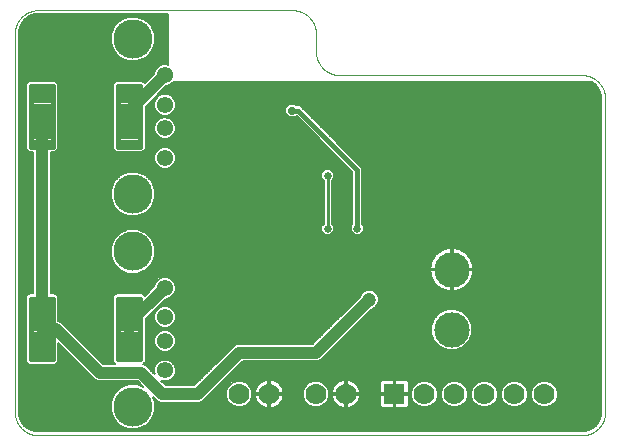
<source format=gbl>
G75*
%MOIN*%
%OFA0B0*%
%FSLAX25Y25*%
%IPPOS*%
%LPD*%
%AMOC8*
5,1,8,0,0,1.08239X$1,22.5*
%
%ADD10C,0.00000*%
%ADD11R,0.07000X0.07000*%
%ADD12C,0.07000*%
%ADD13C,0.13055*%
%ADD14C,0.05433*%
%ADD15C,0.11811*%
%ADD16C,0.01811*%
%ADD17C,0.02775*%
%ADD18C,0.02578*%
%ADD19C,0.01600*%
%ADD20C,0.00600*%
%ADD21C,0.15811*%
%ADD22C,0.01000*%
%ADD23C,0.04724*%
%ADD24C,0.04000*%
D10*
X0072397Y0058146D02*
X0253499Y0058146D01*
X0253689Y0058148D01*
X0253879Y0058155D01*
X0254069Y0058167D01*
X0254259Y0058183D01*
X0254448Y0058203D01*
X0254637Y0058229D01*
X0254825Y0058258D01*
X0255012Y0058293D01*
X0255198Y0058332D01*
X0255383Y0058375D01*
X0255568Y0058423D01*
X0255751Y0058475D01*
X0255932Y0058531D01*
X0256112Y0058592D01*
X0256291Y0058658D01*
X0256468Y0058727D01*
X0256644Y0058801D01*
X0256817Y0058879D01*
X0256989Y0058962D01*
X0257158Y0059048D01*
X0257326Y0059138D01*
X0257491Y0059233D01*
X0257654Y0059331D01*
X0257814Y0059434D01*
X0257972Y0059540D01*
X0258127Y0059650D01*
X0258280Y0059763D01*
X0258430Y0059881D01*
X0258576Y0060002D01*
X0258720Y0060126D01*
X0258861Y0060254D01*
X0258999Y0060385D01*
X0259134Y0060520D01*
X0259265Y0060658D01*
X0259393Y0060799D01*
X0259517Y0060943D01*
X0259638Y0061089D01*
X0259756Y0061239D01*
X0259869Y0061392D01*
X0259979Y0061547D01*
X0260085Y0061705D01*
X0260188Y0061865D01*
X0260286Y0062028D01*
X0260381Y0062193D01*
X0260471Y0062361D01*
X0260557Y0062530D01*
X0260640Y0062702D01*
X0260718Y0062875D01*
X0260792Y0063051D01*
X0260861Y0063228D01*
X0260927Y0063407D01*
X0260988Y0063587D01*
X0261044Y0063768D01*
X0261096Y0063951D01*
X0261144Y0064136D01*
X0261187Y0064321D01*
X0261226Y0064507D01*
X0261261Y0064694D01*
X0261290Y0064882D01*
X0261316Y0065071D01*
X0261336Y0065260D01*
X0261352Y0065450D01*
X0261364Y0065640D01*
X0261371Y0065830D01*
X0261373Y0066020D01*
X0261373Y0170350D01*
X0261371Y0170540D01*
X0261364Y0170730D01*
X0261352Y0170920D01*
X0261336Y0171110D01*
X0261316Y0171299D01*
X0261290Y0171488D01*
X0261261Y0171676D01*
X0261226Y0171863D01*
X0261187Y0172049D01*
X0261144Y0172234D01*
X0261096Y0172419D01*
X0261044Y0172602D01*
X0260988Y0172783D01*
X0260927Y0172963D01*
X0260861Y0173142D01*
X0260792Y0173319D01*
X0260718Y0173495D01*
X0260640Y0173668D01*
X0260557Y0173840D01*
X0260471Y0174009D01*
X0260381Y0174177D01*
X0260286Y0174342D01*
X0260188Y0174505D01*
X0260085Y0174665D01*
X0259979Y0174823D01*
X0259869Y0174978D01*
X0259756Y0175131D01*
X0259638Y0175281D01*
X0259517Y0175427D01*
X0259393Y0175571D01*
X0259265Y0175712D01*
X0259134Y0175850D01*
X0258999Y0175985D01*
X0258861Y0176116D01*
X0258720Y0176244D01*
X0258576Y0176368D01*
X0258430Y0176489D01*
X0258280Y0176607D01*
X0258127Y0176720D01*
X0257972Y0176830D01*
X0257814Y0176936D01*
X0257654Y0177039D01*
X0257491Y0177137D01*
X0257326Y0177232D01*
X0257158Y0177322D01*
X0256989Y0177408D01*
X0256817Y0177491D01*
X0256644Y0177569D01*
X0256468Y0177643D01*
X0256291Y0177712D01*
X0256112Y0177778D01*
X0255932Y0177839D01*
X0255751Y0177895D01*
X0255568Y0177947D01*
X0255383Y0177995D01*
X0255198Y0178038D01*
X0255012Y0178077D01*
X0254825Y0178112D01*
X0254637Y0178141D01*
X0254448Y0178167D01*
X0254259Y0178187D01*
X0254069Y0178203D01*
X0253879Y0178215D01*
X0253689Y0178222D01*
X0253499Y0178224D01*
X0172791Y0178224D01*
X0172601Y0178226D01*
X0172411Y0178233D01*
X0172221Y0178245D01*
X0172031Y0178261D01*
X0171842Y0178281D01*
X0171653Y0178307D01*
X0171465Y0178336D01*
X0171278Y0178371D01*
X0171092Y0178410D01*
X0170907Y0178453D01*
X0170722Y0178501D01*
X0170539Y0178553D01*
X0170358Y0178609D01*
X0170178Y0178670D01*
X0169999Y0178736D01*
X0169822Y0178805D01*
X0169646Y0178879D01*
X0169473Y0178957D01*
X0169301Y0179040D01*
X0169132Y0179126D01*
X0168964Y0179216D01*
X0168799Y0179311D01*
X0168636Y0179409D01*
X0168476Y0179512D01*
X0168318Y0179618D01*
X0168163Y0179728D01*
X0168010Y0179841D01*
X0167860Y0179959D01*
X0167714Y0180080D01*
X0167570Y0180204D01*
X0167429Y0180332D01*
X0167291Y0180463D01*
X0167156Y0180598D01*
X0167025Y0180736D01*
X0166897Y0180877D01*
X0166773Y0181021D01*
X0166652Y0181167D01*
X0166534Y0181317D01*
X0166421Y0181470D01*
X0166311Y0181625D01*
X0166205Y0181783D01*
X0166102Y0181943D01*
X0166004Y0182106D01*
X0165909Y0182271D01*
X0165819Y0182439D01*
X0165733Y0182608D01*
X0165650Y0182780D01*
X0165572Y0182953D01*
X0165498Y0183129D01*
X0165429Y0183306D01*
X0165363Y0183485D01*
X0165302Y0183665D01*
X0165246Y0183846D01*
X0165194Y0184029D01*
X0165146Y0184214D01*
X0165103Y0184399D01*
X0165064Y0184585D01*
X0165029Y0184772D01*
X0165000Y0184960D01*
X0164974Y0185149D01*
X0164954Y0185338D01*
X0164938Y0185528D01*
X0164926Y0185718D01*
X0164919Y0185908D01*
X0164917Y0186098D01*
X0164917Y0192004D01*
X0164915Y0192194D01*
X0164908Y0192384D01*
X0164896Y0192574D01*
X0164880Y0192764D01*
X0164860Y0192953D01*
X0164834Y0193142D01*
X0164805Y0193330D01*
X0164770Y0193517D01*
X0164731Y0193703D01*
X0164688Y0193888D01*
X0164640Y0194073D01*
X0164588Y0194256D01*
X0164532Y0194437D01*
X0164471Y0194617D01*
X0164405Y0194796D01*
X0164336Y0194973D01*
X0164262Y0195149D01*
X0164184Y0195322D01*
X0164101Y0195494D01*
X0164015Y0195663D01*
X0163925Y0195831D01*
X0163830Y0195996D01*
X0163732Y0196159D01*
X0163629Y0196319D01*
X0163523Y0196477D01*
X0163413Y0196632D01*
X0163300Y0196785D01*
X0163182Y0196935D01*
X0163061Y0197081D01*
X0162937Y0197225D01*
X0162809Y0197366D01*
X0162678Y0197504D01*
X0162543Y0197639D01*
X0162405Y0197770D01*
X0162264Y0197898D01*
X0162120Y0198022D01*
X0161974Y0198143D01*
X0161824Y0198261D01*
X0161671Y0198374D01*
X0161516Y0198484D01*
X0161358Y0198590D01*
X0161198Y0198693D01*
X0161035Y0198791D01*
X0160870Y0198886D01*
X0160702Y0198976D01*
X0160533Y0199062D01*
X0160361Y0199145D01*
X0160188Y0199223D01*
X0160012Y0199297D01*
X0159835Y0199366D01*
X0159656Y0199432D01*
X0159476Y0199493D01*
X0159295Y0199549D01*
X0159112Y0199601D01*
X0158927Y0199649D01*
X0158742Y0199692D01*
X0158556Y0199731D01*
X0158369Y0199766D01*
X0158181Y0199795D01*
X0157992Y0199821D01*
X0157803Y0199841D01*
X0157613Y0199857D01*
X0157423Y0199869D01*
X0157233Y0199876D01*
X0157043Y0199878D01*
X0072397Y0199878D01*
X0072207Y0199876D01*
X0072017Y0199869D01*
X0071827Y0199857D01*
X0071637Y0199841D01*
X0071448Y0199821D01*
X0071259Y0199795D01*
X0071071Y0199766D01*
X0070884Y0199731D01*
X0070698Y0199692D01*
X0070513Y0199649D01*
X0070328Y0199601D01*
X0070145Y0199549D01*
X0069964Y0199493D01*
X0069784Y0199432D01*
X0069605Y0199366D01*
X0069428Y0199297D01*
X0069252Y0199223D01*
X0069079Y0199145D01*
X0068907Y0199062D01*
X0068738Y0198976D01*
X0068570Y0198886D01*
X0068405Y0198791D01*
X0068242Y0198693D01*
X0068082Y0198590D01*
X0067924Y0198484D01*
X0067769Y0198374D01*
X0067616Y0198261D01*
X0067466Y0198143D01*
X0067320Y0198022D01*
X0067176Y0197898D01*
X0067035Y0197770D01*
X0066897Y0197639D01*
X0066762Y0197504D01*
X0066631Y0197366D01*
X0066503Y0197225D01*
X0066379Y0197081D01*
X0066258Y0196935D01*
X0066140Y0196785D01*
X0066027Y0196632D01*
X0065917Y0196477D01*
X0065811Y0196319D01*
X0065708Y0196159D01*
X0065610Y0195996D01*
X0065515Y0195831D01*
X0065425Y0195663D01*
X0065339Y0195494D01*
X0065256Y0195322D01*
X0065178Y0195149D01*
X0065104Y0194973D01*
X0065035Y0194796D01*
X0064969Y0194617D01*
X0064908Y0194437D01*
X0064852Y0194256D01*
X0064800Y0194073D01*
X0064752Y0193888D01*
X0064709Y0193703D01*
X0064670Y0193517D01*
X0064635Y0193330D01*
X0064606Y0193142D01*
X0064580Y0192953D01*
X0064560Y0192764D01*
X0064544Y0192574D01*
X0064532Y0192384D01*
X0064525Y0192194D01*
X0064523Y0192004D01*
X0064523Y0066020D01*
X0064525Y0065830D01*
X0064532Y0065640D01*
X0064544Y0065450D01*
X0064560Y0065260D01*
X0064580Y0065071D01*
X0064606Y0064882D01*
X0064635Y0064694D01*
X0064670Y0064507D01*
X0064709Y0064321D01*
X0064752Y0064136D01*
X0064800Y0063951D01*
X0064852Y0063768D01*
X0064908Y0063587D01*
X0064969Y0063407D01*
X0065035Y0063228D01*
X0065104Y0063051D01*
X0065178Y0062875D01*
X0065256Y0062702D01*
X0065339Y0062530D01*
X0065425Y0062361D01*
X0065515Y0062193D01*
X0065610Y0062028D01*
X0065708Y0061865D01*
X0065811Y0061705D01*
X0065917Y0061547D01*
X0066027Y0061392D01*
X0066140Y0061239D01*
X0066258Y0061089D01*
X0066379Y0060943D01*
X0066503Y0060799D01*
X0066631Y0060658D01*
X0066762Y0060520D01*
X0066897Y0060385D01*
X0067035Y0060254D01*
X0067176Y0060126D01*
X0067320Y0060002D01*
X0067466Y0059881D01*
X0067616Y0059763D01*
X0067769Y0059650D01*
X0067924Y0059540D01*
X0068082Y0059434D01*
X0068242Y0059331D01*
X0068405Y0059233D01*
X0068570Y0059138D01*
X0068738Y0059048D01*
X0068907Y0058962D01*
X0069079Y0058879D01*
X0069252Y0058801D01*
X0069428Y0058727D01*
X0069605Y0058658D01*
X0069784Y0058592D01*
X0069964Y0058531D01*
X0070145Y0058475D01*
X0070328Y0058423D01*
X0070513Y0058375D01*
X0070698Y0058332D01*
X0070884Y0058293D01*
X0071071Y0058258D01*
X0071259Y0058229D01*
X0071448Y0058203D01*
X0071637Y0058183D01*
X0071827Y0058167D01*
X0072017Y0058155D01*
X0072207Y0058148D01*
X0072397Y0058146D01*
D11*
X0191098Y0071925D03*
D12*
X0201098Y0071925D03*
X0211098Y0071925D03*
X0221098Y0071925D03*
X0231098Y0071925D03*
X0241098Y0071925D03*
X0174917Y0071925D03*
X0164917Y0071925D03*
X0149326Y0071925D03*
X0139326Y0071925D03*
D13*
X0103893Y0067713D03*
X0103893Y0119445D03*
X0103893Y0138579D03*
X0103893Y0190311D03*
D14*
X0114562Y0178224D03*
X0114562Y0168382D03*
X0114562Y0160508D03*
X0114562Y0150665D03*
X0114562Y0107358D03*
X0114562Y0097516D03*
X0114562Y0089642D03*
X0114562Y0079799D03*
D15*
X0210192Y0093421D03*
X0210192Y0113421D03*
D16*
X0106334Y0083461D02*
X0099090Y0083461D01*
X0099090Y0103697D01*
X0106334Y0103697D01*
X0106334Y0083461D01*
X0106334Y0085181D02*
X0099090Y0085181D01*
X0099090Y0086901D02*
X0106334Y0086901D01*
X0106334Y0088621D02*
X0099090Y0088621D01*
X0099090Y0090341D02*
X0106334Y0090341D01*
X0106334Y0092061D02*
X0099090Y0092061D01*
X0099090Y0093781D02*
X0106334Y0093781D01*
X0106334Y0095501D02*
X0099090Y0095501D01*
X0099090Y0097221D02*
X0106334Y0097221D01*
X0106334Y0098941D02*
X0099090Y0098941D01*
X0099090Y0100661D02*
X0106334Y0100661D01*
X0106334Y0102381D02*
X0099090Y0102381D01*
X0077200Y0083461D02*
X0069956Y0083461D01*
X0069956Y0103697D01*
X0077200Y0103697D01*
X0077200Y0083461D01*
X0077200Y0085181D02*
X0069956Y0085181D01*
X0069956Y0086901D02*
X0077200Y0086901D01*
X0077200Y0088621D02*
X0069956Y0088621D01*
X0069956Y0090341D02*
X0077200Y0090341D01*
X0077200Y0092061D02*
X0069956Y0092061D01*
X0069956Y0093781D02*
X0077200Y0093781D01*
X0077200Y0095501D02*
X0069956Y0095501D01*
X0069956Y0097221D02*
X0077200Y0097221D01*
X0077200Y0098941D02*
X0069956Y0098941D01*
X0069956Y0100661D02*
X0077200Y0100661D01*
X0077200Y0102381D02*
X0069956Y0102381D01*
X0069956Y0154327D02*
X0077200Y0154327D01*
X0069956Y0154327D02*
X0069956Y0174563D01*
X0077200Y0174563D01*
X0077200Y0154327D01*
X0077200Y0156047D02*
X0069956Y0156047D01*
X0069956Y0157767D02*
X0077200Y0157767D01*
X0077200Y0159487D02*
X0069956Y0159487D01*
X0069956Y0161207D02*
X0077200Y0161207D01*
X0077200Y0162927D02*
X0069956Y0162927D01*
X0069956Y0164647D02*
X0077200Y0164647D01*
X0077200Y0166367D02*
X0069956Y0166367D01*
X0069956Y0168087D02*
X0077200Y0168087D01*
X0077200Y0169807D02*
X0069956Y0169807D01*
X0069956Y0171527D02*
X0077200Y0171527D01*
X0077200Y0173247D02*
X0069956Y0173247D01*
X0099090Y0154327D02*
X0106334Y0154327D01*
X0099090Y0154327D02*
X0099090Y0174563D01*
X0106334Y0174563D01*
X0106334Y0154327D01*
X0106334Y0156047D02*
X0099090Y0156047D01*
X0099090Y0157767D02*
X0106334Y0157767D01*
X0106334Y0159487D02*
X0099090Y0159487D01*
X0099090Y0161207D02*
X0106334Y0161207D01*
X0106334Y0162927D02*
X0099090Y0162927D01*
X0099090Y0164647D02*
X0106334Y0164647D01*
X0106334Y0166367D02*
X0099090Y0166367D01*
X0099090Y0168087D02*
X0106334Y0168087D01*
X0106334Y0169807D02*
X0099090Y0169807D01*
X0099090Y0171527D02*
X0106334Y0171527D01*
X0106334Y0173247D02*
X0099090Y0173247D01*
D17*
X0157043Y0166413D03*
D18*
X0168854Y0162476D03*
X0170822Y0170350D03*
X0182633Y0166413D03*
X0182633Y0158539D03*
X0182633Y0150665D03*
X0182633Y0142791D03*
X0194444Y0140823D03*
X0202318Y0140823D03*
X0214129Y0142791D03*
X0214129Y0150665D03*
X0214129Y0158539D03*
X0214129Y0166413D03*
X0202318Y0168382D03*
X0194444Y0168382D03*
X0227909Y0174287D03*
X0245625Y0148697D03*
X0222003Y0130980D03*
X0186570Y0130980D03*
X0178696Y0127043D03*
X0180665Y0121138D03*
X0168854Y0127043D03*
X0171291Y0135480D03*
X0168854Y0144760D03*
X0149169Y0146728D03*
X0132554Y0153177D03*
X0129484Y0156571D03*
X0129484Y0160508D03*
X0117673Y0156571D03*
X0068460Y0134917D03*
X0130586Y0102083D03*
X0130586Y0098146D03*
X0134523Y0098146D03*
X0149169Y0091610D03*
X0162948Y0097516D03*
X0186570Y0091610D03*
X0157043Y0073894D03*
X0151137Y0079799D03*
X0139326Y0079799D03*
X0117673Y0085705D03*
X0225940Y0066020D03*
X0251531Y0067988D03*
X0249562Y0087673D03*
X0076334Y0190035D03*
D19*
X0157043Y0166413D02*
X0159011Y0166413D01*
X0178696Y0146728D01*
X0178696Y0127043D01*
D20*
X0069412Y0060162D02*
X0067748Y0061371D01*
X0066539Y0063035D01*
X0065904Y0064991D01*
X0065823Y0066020D01*
X0065823Y0192004D01*
X0065904Y0193032D01*
X0066539Y0194988D01*
X0067748Y0196652D01*
X0069412Y0197861D01*
X0071369Y0198497D01*
X0072397Y0198578D01*
X0115704Y0198578D01*
X0115704Y0181666D01*
X0115282Y0181841D01*
X0113843Y0181841D01*
X0112514Y0181290D01*
X0111496Y0180273D01*
X0110946Y0178944D01*
X0110946Y0178709D01*
X0107843Y0175607D01*
X0107082Y0176368D01*
X0098342Y0176368D01*
X0097284Y0175311D01*
X0097284Y0153579D01*
X0098342Y0152521D01*
X0107082Y0152521D01*
X0108139Y0153579D01*
X0108139Y0167700D01*
X0115047Y0174608D01*
X0115282Y0174608D01*
X0116611Y0175158D01*
X0117408Y0175956D01*
X0256831Y0175956D01*
X0258148Y0174999D01*
X0259357Y0173335D01*
X0259992Y0171379D01*
X0260073Y0170350D01*
X0260073Y0066020D01*
X0259992Y0064991D01*
X0259357Y0063035D01*
X0258148Y0061371D01*
X0256484Y0060162D01*
X0254528Y0059527D01*
X0253499Y0059446D01*
X0072397Y0059446D01*
X0071369Y0059527D01*
X0069412Y0060162D01*
X0068893Y0060540D02*
X0101801Y0060540D01*
X0102416Y0060285D02*
X0105370Y0060285D01*
X0108100Y0061416D01*
X0110190Y0063505D01*
X0111321Y0066235D01*
X0111321Y0069190D01*
X0110579Y0070981D01*
X0111277Y0070282D01*
X0112093Y0069467D01*
X0113159Y0069025D01*
X0126123Y0069025D01*
X0127189Y0069467D01*
X0128005Y0070282D01*
X0128005Y0070282D01*
X0140527Y0082805D01*
X0165493Y0082805D01*
X0166559Y0083246D01*
X0167375Y0084062D01*
X0183607Y0100293D01*
X0184481Y0100656D01*
X0185399Y0101573D01*
X0185895Y0102772D01*
X0185895Y0104070D01*
X0185399Y0105269D01*
X0184481Y0106187D01*
X0183282Y0106683D01*
X0181984Y0106683D01*
X0180785Y0106187D01*
X0179868Y0105269D01*
X0179505Y0104395D01*
X0163715Y0088605D01*
X0138749Y0088605D01*
X0137683Y0088163D01*
X0136868Y0087347D01*
X0124345Y0074825D01*
X0114937Y0074825D01*
X0113393Y0076369D01*
X0113843Y0076183D01*
X0115282Y0076183D01*
X0116611Y0076733D01*
X0117628Y0077751D01*
X0118179Y0079080D01*
X0118179Y0080519D01*
X0117628Y0081848D01*
X0116611Y0082865D01*
X0115282Y0083416D01*
X0113843Y0083416D01*
X0112514Y0082865D01*
X0111496Y0081848D01*
X0110946Y0080519D01*
X0110946Y0079080D01*
X0111132Y0078630D01*
X0109107Y0080655D01*
X0108292Y0081470D01*
X0107305Y0081879D01*
X0108139Y0082713D01*
X0108139Y0096834D01*
X0115047Y0103742D01*
X0115282Y0103742D01*
X0116611Y0104292D01*
X0117628Y0105310D01*
X0118179Y0106639D01*
X0118179Y0108078D01*
X0117628Y0109407D01*
X0116611Y0110424D01*
X0115282Y0110975D01*
X0113843Y0110975D01*
X0112514Y0110424D01*
X0111496Y0109407D01*
X0110946Y0108078D01*
X0110946Y0107843D01*
X0107843Y0104741D01*
X0107082Y0105502D01*
X0098342Y0105502D01*
X0097284Y0104445D01*
X0097284Y0082713D01*
X0098085Y0081912D01*
X0094071Y0081912D01*
X0079945Y0096037D01*
X0079006Y0096426D01*
X0079006Y0104445D01*
X0077948Y0105502D01*
X0076478Y0105502D01*
X0076478Y0152521D01*
X0077948Y0152521D01*
X0079006Y0153579D01*
X0079006Y0175311D01*
X0077948Y0176368D01*
X0069208Y0176368D01*
X0068150Y0175311D01*
X0068150Y0153579D01*
X0069208Y0152521D01*
X0070678Y0152521D01*
X0070678Y0105502D01*
X0069208Y0105502D01*
X0068150Y0104445D01*
X0068150Y0082713D01*
X0069208Y0081655D01*
X0077948Y0081655D01*
X0079006Y0082713D01*
X0079006Y0088774D01*
X0091227Y0076553D01*
X0092293Y0076112D01*
X0105448Y0076112D01*
X0107161Y0074398D01*
X0105370Y0075140D01*
X0102416Y0075140D01*
X0099686Y0074009D01*
X0097596Y0071920D01*
X0096465Y0069190D01*
X0096465Y0066235D01*
X0097596Y0063505D01*
X0099686Y0061416D01*
X0102416Y0060285D01*
X0100356Y0061138D02*
X0068069Y0061138D01*
X0067483Y0061737D02*
X0099365Y0061737D01*
X0098766Y0062335D02*
X0067048Y0062335D01*
X0066613Y0062934D02*
X0098168Y0062934D01*
X0097585Y0063532D02*
X0066378Y0063532D01*
X0066183Y0064131D02*
X0097337Y0064131D01*
X0097089Y0064729D02*
X0065989Y0064729D01*
X0065877Y0065328D02*
X0096841Y0065328D01*
X0096593Y0065926D02*
X0065830Y0065926D01*
X0065823Y0066525D02*
X0096465Y0066525D01*
X0096465Y0067123D02*
X0065823Y0067123D01*
X0065823Y0067722D02*
X0096465Y0067722D01*
X0096465Y0068320D02*
X0065823Y0068320D01*
X0065823Y0068919D02*
X0096465Y0068919D01*
X0096601Y0069517D02*
X0065823Y0069517D01*
X0065823Y0070116D02*
X0096849Y0070116D01*
X0097097Y0070714D02*
X0065823Y0070714D01*
X0065823Y0071313D02*
X0097345Y0071313D01*
X0097593Y0071911D02*
X0065823Y0071911D01*
X0065823Y0072510D02*
X0098186Y0072510D01*
X0098785Y0073108D02*
X0065823Y0073108D01*
X0065823Y0073707D02*
X0099383Y0073707D01*
X0100400Y0074305D02*
X0065823Y0074305D01*
X0065823Y0074904D02*
X0101845Y0074904D01*
X0105458Y0076101D02*
X0065823Y0076101D01*
X0065823Y0075502D02*
X0106057Y0075502D01*
X0105941Y0074904D02*
X0106655Y0074904D01*
X0110668Y0079094D02*
X0110946Y0079094D01*
X0110946Y0079692D02*
X0110070Y0079692D01*
X0109471Y0080291D02*
X0110946Y0080291D01*
X0111099Y0080889D02*
X0108873Y0080889D01*
X0109107Y0080655D02*
X0109107Y0080655D01*
X0108250Y0081488D02*
X0111347Y0081488D01*
X0111735Y0082086D02*
X0107513Y0082086D01*
X0108111Y0082685D02*
X0112333Y0082685D01*
X0113523Y0083283D02*
X0108139Y0083283D01*
X0108139Y0083882D02*
X0133402Y0083882D01*
X0134000Y0084480D02*
X0108139Y0084480D01*
X0108139Y0085079D02*
X0134599Y0085079D01*
X0135197Y0085677D02*
X0108139Y0085677D01*
X0108139Y0086276D02*
X0113238Y0086276D01*
X0113843Y0086025D02*
X0115282Y0086025D01*
X0116611Y0086576D01*
X0117628Y0087593D01*
X0118179Y0088922D01*
X0118179Y0090361D01*
X0117628Y0091690D01*
X0116611Y0092708D01*
X0115282Y0093258D01*
X0113843Y0093258D01*
X0112514Y0092708D01*
X0111496Y0091690D01*
X0110946Y0090361D01*
X0110946Y0088922D01*
X0111496Y0087593D01*
X0112514Y0086576D01*
X0113843Y0086025D01*
X0112215Y0086874D02*
X0108139Y0086874D01*
X0108139Y0087473D02*
X0111617Y0087473D01*
X0111298Y0088071D02*
X0108139Y0088071D01*
X0108139Y0088670D02*
X0111050Y0088670D01*
X0110946Y0089268D02*
X0108139Y0089268D01*
X0108139Y0089867D02*
X0110946Y0089867D01*
X0110989Y0090465D02*
X0108139Y0090465D01*
X0108139Y0091064D02*
X0111237Y0091064D01*
X0111485Y0091662D02*
X0108139Y0091662D01*
X0108139Y0092261D02*
X0112067Y0092261D01*
X0112880Y0092859D02*
X0108139Y0092859D01*
X0108139Y0093458D02*
X0168569Y0093458D01*
X0169167Y0094056D02*
X0115661Y0094056D01*
X0115282Y0093899D02*
X0116611Y0094450D01*
X0117628Y0095467D01*
X0118179Y0096796D01*
X0118179Y0098235D01*
X0117628Y0099564D01*
X0116611Y0100582D01*
X0115282Y0101132D01*
X0113843Y0101132D01*
X0112514Y0100582D01*
X0111496Y0099564D01*
X0110946Y0098235D01*
X0110946Y0096796D01*
X0111496Y0095467D01*
X0112514Y0094450D01*
X0113843Y0093899D01*
X0115282Y0093899D01*
X0116245Y0092859D02*
X0167970Y0092859D01*
X0167371Y0092261D02*
X0117058Y0092261D01*
X0117640Y0091662D02*
X0166773Y0091662D01*
X0166174Y0091064D02*
X0117888Y0091064D01*
X0118136Y0090465D02*
X0165576Y0090465D01*
X0164977Y0089867D02*
X0118179Y0089867D01*
X0118179Y0089268D02*
X0164379Y0089268D01*
X0163780Y0088670D02*
X0118074Y0088670D01*
X0117826Y0088071D02*
X0137591Y0088071D01*
X0136993Y0087473D02*
X0117508Y0087473D01*
X0116909Y0086874D02*
X0136394Y0086874D01*
X0136868Y0087347D02*
X0136868Y0087347D01*
X0135796Y0086276D02*
X0115886Y0086276D01*
X0115602Y0083283D02*
X0132803Y0083283D01*
X0132205Y0082685D02*
X0116791Y0082685D01*
X0117390Y0082086D02*
X0131606Y0082086D01*
X0131008Y0081488D02*
X0117777Y0081488D01*
X0118025Y0080889D02*
X0130409Y0080889D01*
X0129811Y0080291D02*
X0118179Y0080291D01*
X0118179Y0079692D02*
X0129212Y0079692D01*
X0128614Y0079094D02*
X0118179Y0079094D01*
X0117937Y0078495D02*
X0128015Y0078495D01*
X0127417Y0077897D02*
X0117689Y0077897D01*
X0117176Y0077298D02*
X0126818Y0077298D01*
X0126220Y0076700D02*
X0116529Y0076700D01*
X0114858Y0074904D02*
X0124424Y0074904D01*
X0125023Y0075502D02*
X0114259Y0075502D01*
X0113661Y0076101D02*
X0125621Y0076101D01*
X0129634Y0071911D02*
X0134926Y0071911D01*
X0134926Y0071313D02*
X0129035Y0071313D01*
X0128437Y0070714D02*
X0135065Y0070714D01*
X0134926Y0071050D02*
X0135596Y0069433D01*
X0136834Y0068195D01*
X0138451Y0067525D01*
X0140201Y0067525D01*
X0141818Y0068195D01*
X0143056Y0069433D01*
X0143726Y0071050D01*
X0143726Y0072800D01*
X0143056Y0074418D01*
X0141818Y0075655D01*
X0140201Y0076325D01*
X0138451Y0076325D01*
X0136834Y0075655D01*
X0135596Y0074418D01*
X0134926Y0072800D01*
X0134926Y0071050D01*
X0135313Y0070116D02*
X0127838Y0070116D01*
X0127240Y0069517D02*
X0135561Y0069517D01*
X0136110Y0068919D02*
X0111321Y0068919D01*
X0111321Y0068320D02*
X0136708Y0068320D01*
X0137976Y0067722D02*
X0111321Y0067722D01*
X0111321Y0067123D02*
X0260073Y0067123D01*
X0260073Y0066525D02*
X0111321Y0066525D01*
X0111193Y0065926D02*
X0260066Y0065926D01*
X0260019Y0065328D02*
X0110945Y0065328D01*
X0110697Y0064729D02*
X0259907Y0064729D01*
X0259713Y0064131D02*
X0110449Y0064131D01*
X0110201Y0063532D02*
X0259518Y0063532D01*
X0259283Y0062934D02*
X0109618Y0062934D01*
X0109020Y0062335D02*
X0258848Y0062335D01*
X0258413Y0061737D02*
X0108421Y0061737D01*
X0107430Y0061138D02*
X0257827Y0061138D01*
X0257003Y0060540D02*
X0105985Y0060540D01*
X0111185Y0069517D02*
X0112042Y0069517D01*
X0111444Y0070116D02*
X0110937Y0070116D01*
X0111277Y0070282D02*
X0111277Y0070282D01*
X0110845Y0070714D02*
X0110689Y0070714D01*
X0097911Y0082086D02*
X0093896Y0082086D01*
X0093298Y0082685D02*
X0097312Y0082685D01*
X0097284Y0083283D02*
X0092699Y0083283D01*
X0092101Y0083882D02*
X0097284Y0083882D01*
X0097284Y0084480D02*
X0091502Y0084480D01*
X0090904Y0085079D02*
X0097284Y0085079D01*
X0097284Y0085677D02*
X0090305Y0085677D01*
X0089707Y0086276D02*
X0097284Y0086276D01*
X0097284Y0086874D02*
X0089108Y0086874D01*
X0088510Y0087473D02*
X0097284Y0087473D01*
X0097284Y0088071D02*
X0087911Y0088071D01*
X0087313Y0088670D02*
X0097284Y0088670D01*
X0097284Y0089268D02*
X0086714Y0089268D01*
X0086116Y0089867D02*
X0097284Y0089867D01*
X0097284Y0090465D02*
X0085517Y0090465D01*
X0084919Y0091064D02*
X0097284Y0091064D01*
X0097284Y0091662D02*
X0084320Y0091662D01*
X0083722Y0092261D02*
X0097284Y0092261D01*
X0097284Y0092859D02*
X0083123Y0092859D01*
X0082525Y0093458D02*
X0097284Y0093458D01*
X0097284Y0094056D02*
X0081926Y0094056D01*
X0081328Y0094655D02*
X0097284Y0094655D01*
X0097284Y0095253D02*
X0080729Y0095253D01*
X0080130Y0095852D02*
X0097284Y0095852D01*
X0097284Y0096450D02*
X0079006Y0096450D01*
X0079006Y0097049D02*
X0097284Y0097049D01*
X0097284Y0097647D02*
X0079006Y0097647D01*
X0079006Y0098246D02*
X0097284Y0098246D01*
X0097284Y0098844D02*
X0079006Y0098844D01*
X0079006Y0099443D02*
X0097284Y0099443D01*
X0097284Y0100041D02*
X0079006Y0100041D01*
X0079006Y0100640D02*
X0097284Y0100640D01*
X0097284Y0101238D02*
X0079006Y0101238D01*
X0079006Y0101837D02*
X0097284Y0101837D01*
X0097284Y0102436D02*
X0079006Y0102436D01*
X0079006Y0103034D02*
X0097284Y0103034D01*
X0097284Y0103633D02*
X0079006Y0103633D01*
X0079006Y0104231D02*
X0097284Y0104231D01*
X0097669Y0104830D02*
X0078621Y0104830D01*
X0078022Y0105428D02*
X0098268Y0105428D01*
X0107156Y0105428D02*
X0108531Y0105428D01*
X0109129Y0106027D02*
X0076478Y0106027D01*
X0076478Y0106625D02*
X0109728Y0106625D01*
X0110326Y0107224D02*
X0076478Y0107224D01*
X0076478Y0107822D02*
X0110925Y0107822D01*
X0111088Y0108421D02*
X0076478Y0108421D01*
X0076478Y0109019D02*
X0111336Y0109019D01*
X0111707Y0109618D02*
X0076478Y0109618D01*
X0076478Y0110216D02*
X0112306Y0110216D01*
X0113456Y0110815D02*
X0076478Y0110815D01*
X0076478Y0111413D02*
X0203271Y0111413D01*
X0203354Y0111100D02*
X0203110Y0112013D01*
X0202987Y0112949D01*
X0202987Y0113121D01*
X0209892Y0113121D01*
X0210492Y0113121D01*
X0210492Y0106216D01*
X0210664Y0106216D01*
X0211601Y0106339D01*
X0212513Y0106584D01*
X0213386Y0106945D01*
X0214204Y0107417D01*
X0214953Y0107992D01*
X0215621Y0108660D01*
X0216196Y0109409D01*
X0216668Y0110227D01*
X0217030Y0111100D01*
X0217274Y0112013D01*
X0217398Y0112949D01*
X0217398Y0113121D01*
X0210492Y0113121D01*
X0210492Y0113721D01*
X0217398Y0113721D01*
X0217398Y0113894D01*
X0217274Y0114830D01*
X0217030Y0115742D01*
X0216668Y0116615D01*
X0216196Y0117433D01*
X0215621Y0118182D01*
X0214953Y0118850D01*
X0214204Y0119425D01*
X0213386Y0119898D01*
X0212513Y0120259D01*
X0211601Y0120503D01*
X0210664Y0120627D01*
X0210492Y0120627D01*
X0210492Y0113721D01*
X0209892Y0113721D01*
X0209892Y0113121D01*
X0209892Y0106216D01*
X0209720Y0106216D01*
X0208783Y0106339D01*
X0207871Y0106584D01*
X0206998Y0106945D01*
X0206180Y0107417D01*
X0205431Y0107992D01*
X0204763Y0108660D01*
X0204188Y0109409D01*
X0203716Y0110227D01*
X0203354Y0111100D01*
X0203473Y0110815D02*
X0115668Y0110815D01*
X0116819Y0110216D02*
X0203722Y0110216D01*
X0204068Y0109618D02*
X0117417Y0109618D01*
X0117789Y0109019D02*
X0204488Y0109019D01*
X0205003Y0108421D02*
X0118037Y0108421D01*
X0118179Y0107822D02*
X0205653Y0107822D01*
X0206516Y0107224D02*
X0118179Y0107224D01*
X0118173Y0106625D02*
X0181843Y0106625D01*
X0180625Y0106027D02*
X0117925Y0106027D01*
X0117677Y0105428D02*
X0180027Y0105428D01*
X0179686Y0104830D02*
X0117148Y0104830D01*
X0116463Y0104231D02*
X0179342Y0104231D01*
X0178743Y0103633D02*
X0114938Y0103633D01*
X0114339Y0103034D02*
X0178145Y0103034D01*
X0177546Y0102436D02*
X0113741Y0102436D01*
X0113142Y0101837D02*
X0176948Y0101837D01*
X0176349Y0101238D02*
X0112544Y0101238D01*
X0112654Y0100640D02*
X0111945Y0100640D01*
X0111973Y0100041D02*
X0111347Y0100041D01*
X0111446Y0099443D02*
X0110748Y0099443D01*
X0111198Y0098844D02*
X0110150Y0098844D01*
X0109551Y0098246D02*
X0110950Y0098246D01*
X0110946Y0097647D02*
X0108953Y0097647D01*
X0108354Y0097049D02*
X0110946Y0097049D01*
X0111089Y0096450D02*
X0108139Y0096450D01*
X0108139Y0095852D02*
X0111337Y0095852D01*
X0111710Y0095253D02*
X0108139Y0095253D01*
X0108139Y0094655D02*
X0112309Y0094655D01*
X0113464Y0094056D02*
X0108139Y0094056D01*
X0116816Y0094655D02*
X0169766Y0094655D01*
X0170364Y0095253D02*
X0117414Y0095253D01*
X0117788Y0095852D02*
X0170963Y0095852D01*
X0171561Y0096450D02*
X0118035Y0096450D01*
X0118179Y0097049D02*
X0172160Y0097049D01*
X0172758Y0097647D02*
X0118179Y0097647D01*
X0118174Y0098246D02*
X0173357Y0098246D01*
X0173955Y0098844D02*
X0117926Y0098844D01*
X0117679Y0099443D02*
X0174554Y0099443D01*
X0175152Y0100041D02*
X0117151Y0100041D01*
X0116470Y0100640D02*
X0175751Y0100640D01*
X0181559Y0098246D02*
X0205392Y0098246D01*
X0204794Y0097647D02*
X0180961Y0097647D01*
X0180362Y0097049D02*
X0204329Y0097049D01*
X0204423Y0097276D02*
X0203387Y0094775D01*
X0203387Y0092068D01*
X0204423Y0089566D01*
X0206337Y0087652D01*
X0208838Y0086616D01*
X0211546Y0086616D01*
X0214047Y0087652D01*
X0215962Y0089566D01*
X0216998Y0092068D01*
X0216998Y0094775D01*
X0215962Y0097276D01*
X0214047Y0099191D01*
X0211546Y0100227D01*
X0208838Y0100227D01*
X0206337Y0099191D01*
X0204423Y0097276D01*
X0204081Y0096450D02*
X0179763Y0096450D01*
X0179165Y0095852D02*
X0203833Y0095852D01*
X0203585Y0095253D02*
X0178566Y0095253D01*
X0177968Y0094655D02*
X0203387Y0094655D01*
X0203387Y0094056D02*
X0177369Y0094056D01*
X0176771Y0093458D02*
X0203387Y0093458D01*
X0203387Y0092859D02*
X0176172Y0092859D01*
X0175574Y0092261D02*
X0203387Y0092261D01*
X0203555Y0091662D02*
X0174975Y0091662D01*
X0174377Y0091064D02*
X0203802Y0091064D01*
X0204050Y0090465D02*
X0173778Y0090465D01*
X0173180Y0089867D02*
X0204298Y0089867D01*
X0204721Y0089268D02*
X0172581Y0089268D01*
X0171983Y0088670D02*
X0205319Y0088670D01*
X0205918Y0088071D02*
X0171384Y0088071D01*
X0170786Y0087473D02*
X0206770Y0087473D01*
X0208214Y0086874D02*
X0170187Y0086874D01*
X0169589Y0086276D02*
X0260073Y0086276D01*
X0260073Y0086874D02*
X0212170Y0086874D01*
X0213615Y0087473D02*
X0260073Y0087473D01*
X0260073Y0088071D02*
X0214467Y0088071D01*
X0215065Y0088670D02*
X0260073Y0088670D01*
X0260073Y0089268D02*
X0215664Y0089268D01*
X0216086Y0089867D02*
X0260073Y0089867D01*
X0260073Y0090465D02*
X0216334Y0090465D01*
X0216582Y0091064D02*
X0260073Y0091064D01*
X0260073Y0091662D02*
X0216830Y0091662D01*
X0216998Y0092261D02*
X0260073Y0092261D01*
X0260073Y0092859D02*
X0216998Y0092859D01*
X0216998Y0093458D02*
X0260073Y0093458D01*
X0260073Y0094056D02*
X0216998Y0094056D01*
X0216998Y0094655D02*
X0260073Y0094655D01*
X0260073Y0095253D02*
X0216800Y0095253D01*
X0216552Y0095852D02*
X0260073Y0095852D01*
X0260073Y0096450D02*
X0216304Y0096450D01*
X0216056Y0097049D02*
X0260073Y0097049D01*
X0260073Y0097647D02*
X0215590Y0097647D01*
X0214992Y0098246D02*
X0260073Y0098246D01*
X0260073Y0098844D02*
X0214393Y0098844D01*
X0213438Y0099443D02*
X0260073Y0099443D01*
X0260073Y0100041D02*
X0211993Y0100041D01*
X0208391Y0100041D02*
X0183355Y0100041D01*
X0182756Y0099443D02*
X0206946Y0099443D01*
X0205991Y0098844D02*
X0182158Y0098844D01*
X0184443Y0100640D02*
X0260073Y0100640D01*
X0260073Y0101238D02*
X0185064Y0101238D01*
X0185508Y0101837D02*
X0260073Y0101837D01*
X0260073Y0102436D02*
X0185756Y0102436D01*
X0185895Y0103034D02*
X0260073Y0103034D01*
X0260073Y0103633D02*
X0185895Y0103633D01*
X0185829Y0104231D02*
X0260073Y0104231D01*
X0260073Y0104830D02*
X0185581Y0104830D01*
X0185240Y0105428D02*
X0260073Y0105428D01*
X0260073Y0106027D02*
X0184641Y0106027D01*
X0183423Y0106625D02*
X0207771Y0106625D01*
X0209892Y0106625D02*
X0210492Y0106625D01*
X0210492Y0107224D02*
X0209892Y0107224D01*
X0209892Y0107822D02*
X0210492Y0107822D01*
X0210492Y0108421D02*
X0209892Y0108421D01*
X0209892Y0109019D02*
X0210492Y0109019D01*
X0210492Y0109618D02*
X0209892Y0109618D01*
X0209892Y0110216D02*
X0210492Y0110216D01*
X0210492Y0110815D02*
X0209892Y0110815D01*
X0209892Y0111413D02*
X0210492Y0111413D01*
X0210492Y0112012D02*
X0209892Y0112012D01*
X0209892Y0112610D02*
X0210492Y0112610D01*
X0210492Y0113209D02*
X0260073Y0113209D01*
X0260073Y0113807D02*
X0217398Y0113807D01*
X0217330Y0114406D02*
X0260073Y0114406D01*
X0260073Y0115004D02*
X0217228Y0115004D01*
X0217067Y0115603D02*
X0260073Y0115603D01*
X0260073Y0116201D02*
X0216840Y0116201D01*
X0216562Y0116800D02*
X0260073Y0116800D01*
X0260073Y0117398D02*
X0216216Y0117398D01*
X0215764Y0117997D02*
X0260073Y0117997D01*
X0260073Y0118595D02*
X0215208Y0118595D01*
X0214506Y0119194D02*
X0260073Y0119194D01*
X0260073Y0119792D02*
X0213568Y0119792D01*
X0212021Y0120391D02*
X0260073Y0120391D01*
X0260073Y0120989D02*
X0111293Y0120989D01*
X0111321Y0120922D02*
X0110190Y0123652D01*
X0108100Y0125742D01*
X0105370Y0126872D01*
X0102416Y0126872D01*
X0099686Y0125742D01*
X0097596Y0123652D01*
X0096465Y0120922D01*
X0096465Y0117967D01*
X0097596Y0115237D01*
X0099686Y0113148D01*
X0102416Y0112017D01*
X0105370Y0112017D01*
X0108100Y0113148D01*
X0110190Y0115237D01*
X0111321Y0117967D01*
X0111321Y0120922D01*
X0111321Y0120391D02*
X0208363Y0120391D01*
X0208783Y0120503D02*
X0207871Y0120259D01*
X0206998Y0119898D01*
X0206180Y0119425D01*
X0205431Y0118850D01*
X0204763Y0118182D01*
X0204188Y0117433D01*
X0203716Y0116615D01*
X0203354Y0115742D01*
X0203110Y0114830D01*
X0202987Y0113894D01*
X0202987Y0113721D01*
X0209892Y0113721D01*
X0209892Y0120627D01*
X0209720Y0120627D01*
X0208783Y0120503D01*
X0209892Y0120391D02*
X0210492Y0120391D01*
X0210492Y0119792D02*
X0209892Y0119792D01*
X0209892Y0119194D02*
X0210492Y0119194D01*
X0210492Y0118595D02*
X0209892Y0118595D01*
X0209892Y0117997D02*
X0210492Y0117997D01*
X0210492Y0117398D02*
X0209892Y0117398D01*
X0209892Y0116800D02*
X0210492Y0116800D01*
X0210492Y0116201D02*
X0209892Y0116201D01*
X0209892Y0115603D02*
X0210492Y0115603D01*
X0210492Y0115004D02*
X0209892Y0115004D01*
X0209892Y0114406D02*
X0210492Y0114406D01*
X0210492Y0113807D02*
X0209892Y0113807D01*
X0209892Y0113209D02*
X0108161Y0113209D01*
X0108759Y0113807D02*
X0202987Y0113807D01*
X0203054Y0114406D02*
X0109358Y0114406D01*
X0109956Y0115004D02*
X0203157Y0115004D01*
X0203317Y0115603D02*
X0110341Y0115603D01*
X0110589Y0116201D02*
X0203545Y0116201D01*
X0203823Y0116800D02*
X0110837Y0116800D01*
X0111085Y0117398D02*
X0204168Y0117398D01*
X0204621Y0117997D02*
X0111321Y0117997D01*
X0111321Y0118595D02*
X0205176Y0118595D01*
X0205879Y0119194D02*
X0111321Y0119194D01*
X0111321Y0119792D02*
X0206816Y0119792D01*
X0203031Y0112610D02*
X0106802Y0112610D01*
X0100984Y0112610D02*
X0076478Y0112610D01*
X0076478Y0112012D02*
X0203110Y0112012D01*
X0212614Y0106625D02*
X0260073Y0106625D01*
X0260073Y0107224D02*
X0213869Y0107224D01*
X0214732Y0107822D02*
X0260073Y0107822D01*
X0260073Y0108421D02*
X0215382Y0108421D01*
X0215897Y0109019D02*
X0260073Y0109019D01*
X0260073Y0109618D02*
X0216316Y0109618D01*
X0216662Y0110216D02*
X0260073Y0110216D01*
X0260073Y0110815D02*
X0216912Y0110815D01*
X0217114Y0111413D02*
X0260073Y0111413D01*
X0260073Y0112012D02*
X0217274Y0112012D01*
X0217353Y0112610D02*
X0260073Y0112610D01*
X0260073Y0121588D02*
X0111045Y0121588D01*
X0110797Y0122186D02*
X0260073Y0122186D01*
X0260073Y0122785D02*
X0110549Y0122785D01*
X0110301Y0123383D02*
X0260073Y0123383D01*
X0260073Y0123982D02*
X0109860Y0123982D01*
X0109262Y0124580D02*
X0260073Y0124580D01*
X0260073Y0125179D02*
X0179927Y0125179D01*
X0179603Y0124854D02*
X0180885Y0126137D01*
X0180885Y0127950D01*
X0180396Y0128439D01*
X0180396Y0147433D01*
X0160711Y0167118D01*
X0159715Y0168113D01*
X0158577Y0168113D01*
X0157990Y0168701D01*
X0156095Y0168701D01*
X0154755Y0167361D01*
X0154755Y0165466D01*
X0156095Y0164126D01*
X0157990Y0164126D01*
X0158442Y0164578D01*
X0176996Y0146024D01*
X0176996Y0128439D01*
X0176507Y0127950D01*
X0176507Y0126137D01*
X0177789Y0124854D01*
X0179603Y0124854D01*
X0180526Y0125777D02*
X0260073Y0125777D01*
X0260073Y0126376D02*
X0180885Y0126376D01*
X0180885Y0126974D02*
X0260073Y0126974D01*
X0260073Y0127573D02*
X0180885Y0127573D01*
X0180664Y0128171D02*
X0260073Y0128171D01*
X0260073Y0128770D02*
X0180396Y0128770D01*
X0180396Y0129369D02*
X0260073Y0129369D01*
X0260073Y0129967D02*
X0180396Y0129967D01*
X0180396Y0130566D02*
X0260073Y0130566D01*
X0260073Y0131164D02*
X0180396Y0131164D01*
X0180396Y0131763D02*
X0260073Y0131763D01*
X0260073Y0132361D02*
X0180396Y0132361D01*
X0180396Y0132960D02*
X0260073Y0132960D01*
X0260073Y0133558D02*
X0180396Y0133558D01*
X0180396Y0134157D02*
X0260073Y0134157D01*
X0260073Y0134755D02*
X0180396Y0134755D01*
X0180396Y0135354D02*
X0260073Y0135354D01*
X0260073Y0135952D02*
X0180396Y0135952D01*
X0180396Y0136551D02*
X0260073Y0136551D01*
X0260073Y0137149D02*
X0180396Y0137149D01*
X0180396Y0137748D02*
X0260073Y0137748D01*
X0260073Y0138346D02*
X0180396Y0138346D01*
X0180396Y0138945D02*
X0260073Y0138945D01*
X0260073Y0139543D02*
X0180396Y0139543D01*
X0180396Y0140142D02*
X0260073Y0140142D01*
X0260073Y0140740D02*
X0180396Y0140740D01*
X0180396Y0141339D02*
X0260073Y0141339D01*
X0260073Y0141937D02*
X0180396Y0141937D01*
X0180396Y0142536D02*
X0260073Y0142536D01*
X0260073Y0143134D02*
X0180396Y0143134D01*
X0180396Y0143733D02*
X0260073Y0143733D01*
X0260073Y0144331D02*
X0180396Y0144331D01*
X0180396Y0144930D02*
X0260073Y0144930D01*
X0260073Y0145528D02*
X0180396Y0145528D01*
X0180396Y0146127D02*
X0260073Y0146127D01*
X0260073Y0146725D02*
X0180396Y0146725D01*
X0180396Y0147324D02*
X0260073Y0147324D01*
X0260073Y0147922D02*
X0179906Y0147922D01*
X0179308Y0148521D02*
X0260073Y0148521D01*
X0260073Y0149119D02*
X0178709Y0149119D01*
X0178111Y0149718D02*
X0260073Y0149718D01*
X0260073Y0150316D02*
X0177512Y0150316D01*
X0176914Y0150915D02*
X0260073Y0150915D01*
X0260073Y0151513D02*
X0176315Y0151513D01*
X0175717Y0152112D02*
X0260073Y0152112D01*
X0260073Y0152710D02*
X0175118Y0152710D01*
X0174520Y0153309D02*
X0260073Y0153309D01*
X0260073Y0153907D02*
X0173921Y0153907D01*
X0173323Y0154506D02*
X0260073Y0154506D01*
X0260073Y0155105D02*
X0172724Y0155105D01*
X0172126Y0155703D02*
X0260073Y0155703D01*
X0260073Y0156302D02*
X0171527Y0156302D01*
X0170929Y0156900D02*
X0260073Y0156900D01*
X0260073Y0157499D02*
X0170330Y0157499D01*
X0169732Y0158097D02*
X0260073Y0158097D01*
X0260073Y0158696D02*
X0169133Y0158696D01*
X0168535Y0159294D02*
X0260073Y0159294D01*
X0260073Y0159893D02*
X0167936Y0159893D01*
X0167338Y0160491D02*
X0260073Y0160491D01*
X0260073Y0161090D02*
X0166739Y0161090D01*
X0166141Y0161688D02*
X0260073Y0161688D01*
X0260073Y0162287D02*
X0165542Y0162287D01*
X0164943Y0162885D02*
X0260073Y0162885D01*
X0260073Y0163484D02*
X0164345Y0163484D01*
X0163746Y0164082D02*
X0260073Y0164082D01*
X0260073Y0164681D02*
X0163148Y0164681D01*
X0162549Y0165279D02*
X0260073Y0165279D01*
X0260073Y0165878D02*
X0161951Y0165878D01*
X0161352Y0166476D02*
X0260073Y0166476D01*
X0260073Y0167075D02*
X0160754Y0167075D01*
X0160155Y0167673D02*
X0260073Y0167673D01*
X0260073Y0168272D02*
X0158419Y0168272D01*
X0155666Y0168272D02*
X0118179Y0168272D01*
X0118179Y0168870D02*
X0260073Y0168870D01*
X0260073Y0169469D02*
X0118027Y0169469D01*
X0118179Y0169101D02*
X0117628Y0170430D01*
X0116611Y0171448D01*
X0115282Y0171998D01*
X0113843Y0171998D01*
X0112514Y0171448D01*
X0111496Y0170430D01*
X0110946Y0169101D01*
X0110946Y0167663D01*
X0111496Y0166333D01*
X0112514Y0165316D01*
X0113843Y0164765D01*
X0115282Y0164765D01*
X0116611Y0165316D01*
X0117628Y0166333D01*
X0118179Y0167663D01*
X0118179Y0169101D01*
X0117779Y0170067D02*
X0260073Y0170067D01*
X0260048Y0170666D02*
X0117393Y0170666D01*
X0116794Y0171264D02*
X0260001Y0171264D01*
X0259835Y0171863D02*
X0115609Y0171863D01*
X0113516Y0171863D02*
X0112302Y0171863D01*
X0112330Y0171264D02*
X0111703Y0171264D01*
X0111732Y0170666D02*
X0111105Y0170666D01*
X0111346Y0170067D02*
X0110506Y0170067D01*
X0111098Y0169469D02*
X0109908Y0169469D01*
X0109309Y0168870D02*
X0110946Y0168870D01*
X0110946Y0168272D02*
X0108711Y0168272D01*
X0108139Y0167673D02*
X0110946Y0167673D01*
X0111189Y0167075D02*
X0108139Y0167075D01*
X0108139Y0166476D02*
X0111437Y0166476D01*
X0111952Y0165878D02*
X0108139Y0165878D01*
X0108139Y0165279D02*
X0112602Y0165279D01*
X0113741Y0164082D02*
X0108139Y0164082D01*
X0108139Y0163484D02*
X0112424Y0163484D01*
X0112514Y0163574D02*
X0111496Y0162556D01*
X0110946Y0161227D01*
X0110946Y0159788D01*
X0111496Y0158459D01*
X0112514Y0157442D01*
X0113843Y0156891D01*
X0115282Y0156891D01*
X0116611Y0157442D01*
X0117628Y0158459D01*
X0118179Y0159788D01*
X0118179Y0161227D01*
X0117628Y0162556D01*
X0116611Y0163574D01*
X0115282Y0164124D01*
X0113843Y0164124D01*
X0112514Y0163574D01*
X0111825Y0162885D02*
X0108139Y0162885D01*
X0108139Y0162287D02*
X0111385Y0162287D01*
X0111137Y0161688D02*
X0108139Y0161688D01*
X0108139Y0161090D02*
X0110946Y0161090D01*
X0110946Y0160491D02*
X0108139Y0160491D01*
X0108139Y0159893D02*
X0110946Y0159893D01*
X0111151Y0159294D02*
X0108139Y0159294D01*
X0108139Y0158696D02*
X0111398Y0158696D01*
X0111859Y0158097D02*
X0108139Y0158097D01*
X0108139Y0157499D02*
X0112457Y0157499D01*
X0113822Y0156900D02*
X0108139Y0156900D01*
X0108139Y0156302D02*
X0166719Y0156302D01*
X0166120Y0156900D02*
X0115303Y0156900D01*
X0116668Y0157499D02*
X0165522Y0157499D01*
X0164923Y0158097D02*
X0117266Y0158097D01*
X0117726Y0158696D02*
X0164325Y0158696D01*
X0163726Y0159294D02*
X0117974Y0159294D01*
X0118179Y0159893D02*
X0163128Y0159893D01*
X0162529Y0160491D02*
X0118179Y0160491D01*
X0118179Y0161090D02*
X0161931Y0161090D01*
X0161332Y0161688D02*
X0117988Y0161688D01*
X0117740Y0162287D02*
X0160734Y0162287D01*
X0160135Y0162885D02*
X0117300Y0162885D01*
X0116701Y0163484D02*
X0159537Y0163484D01*
X0158938Y0164082D02*
X0115384Y0164082D01*
X0116522Y0165279D02*
X0154942Y0165279D01*
X0154755Y0165878D02*
X0117173Y0165878D01*
X0117687Y0166476D02*
X0154755Y0166476D01*
X0154755Y0167075D02*
X0117935Y0167075D01*
X0118179Y0167673D02*
X0155068Y0167673D01*
X0155540Y0164681D02*
X0108139Y0164681D01*
X0097284Y0164681D02*
X0079006Y0164681D01*
X0079006Y0165279D02*
X0097284Y0165279D01*
X0097284Y0165878D02*
X0079006Y0165878D01*
X0079006Y0166476D02*
X0097284Y0166476D01*
X0097284Y0167075D02*
X0079006Y0167075D01*
X0079006Y0167673D02*
X0097284Y0167673D01*
X0097284Y0168272D02*
X0079006Y0168272D01*
X0079006Y0168870D02*
X0097284Y0168870D01*
X0097284Y0169469D02*
X0079006Y0169469D01*
X0079006Y0170067D02*
X0097284Y0170067D01*
X0097284Y0170666D02*
X0079006Y0170666D01*
X0079006Y0171264D02*
X0097284Y0171264D01*
X0097284Y0171863D02*
X0079006Y0171863D01*
X0079006Y0172461D02*
X0097284Y0172461D01*
X0097284Y0173060D02*
X0079006Y0173060D01*
X0079006Y0173658D02*
X0097284Y0173658D01*
X0097284Y0174257D02*
X0079006Y0174257D01*
X0079006Y0174855D02*
X0097284Y0174855D01*
X0097427Y0175454D02*
X0078863Y0175454D01*
X0078264Y0176052D02*
X0098026Y0176052D01*
X0102416Y0182883D02*
X0105370Y0182883D01*
X0108100Y0184014D01*
X0110190Y0186104D01*
X0111321Y0188834D01*
X0111321Y0191788D01*
X0110190Y0194518D01*
X0108100Y0196608D01*
X0105370Y0197739D01*
X0102416Y0197739D01*
X0099686Y0196608D01*
X0097596Y0194518D01*
X0096465Y0191788D01*
X0096465Y0188834D01*
X0097596Y0186104D01*
X0099686Y0184014D01*
X0102416Y0182883D01*
X0101568Y0183235D02*
X0065823Y0183235D01*
X0065823Y0183833D02*
X0100123Y0183833D01*
X0099268Y0184432D02*
X0065823Y0184432D01*
X0065823Y0185030D02*
X0098670Y0185030D01*
X0098071Y0185629D02*
X0065823Y0185629D01*
X0065823Y0186227D02*
X0097545Y0186227D01*
X0097297Y0186826D02*
X0065823Y0186826D01*
X0065823Y0187424D02*
X0097049Y0187424D01*
X0096801Y0188023D02*
X0065823Y0188023D01*
X0065823Y0188621D02*
X0096553Y0188621D01*
X0096465Y0189220D02*
X0065823Y0189220D01*
X0065823Y0189818D02*
X0096465Y0189818D01*
X0096465Y0190417D02*
X0065823Y0190417D01*
X0065823Y0191015D02*
X0096465Y0191015D01*
X0096465Y0191614D02*
X0065823Y0191614D01*
X0065839Y0192212D02*
X0096641Y0192212D01*
X0096889Y0192811D02*
X0065886Y0192811D01*
X0066026Y0193409D02*
X0097137Y0193409D01*
X0097385Y0194008D02*
X0066221Y0194008D01*
X0066415Y0194606D02*
X0097684Y0194606D01*
X0098283Y0195205D02*
X0066697Y0195205D01*
X0067131Y0195803D02*
X0098881Y0195803D01*
X0099480Y0196402D02*
X0067566Y0196402D01*
X0068227Y0197000D02*
X0100633Y0197000D01*
X0102078Y0197599D02*
X0069051Y0197599D01*
X0070446Y0198197D02*
X0115704Y0198197D01*
X0115704Y0197599D02*
X0105708Y0197599D01*
X0107153Y0197000D02*
X0115704Y0197000D01*
X0115704Y0196402D02*
X0108306Y0196402D01*
X0108905Y0195803D02*
X0115704Y0195803D01*
X0115704Y0195205D02*
X0109503Y0195205D01*
X0110102Y0194606D02*
X0115704Y0194606D01*
X0115704Y0194008D02*
X0110401Y0194008D01*
X0110649Y0193409D02*
X0115704Y0193409D01*
X0115704Y0192811D02*
X0110897Y0192811D01*
X0111145Y0192212D02*
X0115704Y0192212D01*
X0115704Y0191614D02*
X0111321Y0191614D01*
X0111321Y0191015D02*
X0115704Y0191015D01*
X0115704Y0190417D02*
X0111321Y0190417D01*
X0111321Y0189818D02*
X0115704Y0189818D01*
X0115704Y0189220D02*
X0111321Y0189220D01*
X0111233Y0188621D02*
X0115704Y0188621D01*
X0115704Y0188023D02*
X0110985Y0188023D01*
X0110737Y0187424D02*
X0115704Y0187424D01*
X0115704Y0186826D02*
X0110489Y0186826D01*
X0110241Y0186227D02*
X0115704Y0186227D01*
X0115704Y0185629D02*
X0109715Y0185629D01*
X0109116Y0185030D02*
X0115704Y0185030D01*
X0115704Y0184432D02*
X0108518Y0184432D01*
X0107663Y0183833D02*
X0115704Y0183833D01*
X0115704Y0183235D02*
X0106218Y0183235D01*
X0112064Y0180840D02*
X0065823Y0180840D01*
X0065823Y0180242D02*
X0111483Y0180242D01*
X0111236Y0179643D02*
X0065823Y0179643D01*
X0065823Y0179045D02*
X0110988Y0179045D01*
X0110683Y0178446D02*
X0065823Y0178446D01*
X0065823Y0177848D02*
X0110085Y0177848D01*
X0109486Y0177249D02*
X0065823Y0177249D01*
X0065823Y0176651D02*
X0108888Y0176651D01*
X0108289Y0176052D02*
X0107398Y0176052D01*
X0112900Y0172461D02*
X0259641Y0172461D01*
X0259446Y0173060D02*
X0113499Y0173060D01*
X0114097Y0173658D02*
X0259122Y0173658D01*
X0258687Y0174257D02*
X0114696Y0174257D01*
X0115879Y0174855D02*
X0258252Y0174855D01*
X0257522Y0175454D02*
X0116906Y0175454D01*
X0115704Y0182038D02*
X0065823Y0182038D01*
X0065823Y0182636D02*
X0115704Y0182636D01*
X0112873Y0181439D02*
X0065823Y0181439D01*
X0065823Y0176052D02*
X0068892Y0176052D01*
X0068294Y0175454D02*
X0065823Y0175454D01*
X0065823Y0174855D02*
X0068150Y0174855D01*
X0068150Y0174257D02*
X0065823Y0174257D01*
X0065823Y0173658D02*
X0068150Y0173658D01*
X0068150Y0173060D02*
X0065823Y0173060D01*
X0065823Y0172461D02*
X0068150Y0172461D01*
X0068150Y0171863D02*
X0065823Y0171863D01*
X0065823Y0171264D02*
X0068150Y0171264D01*
X0068150Y0170666D02*
X0065823Y0170666D01*
X0065823Y0170067D02*
X0068150Y0170067D01*
X0068150Y0169469D02*
X0065823Y0169469D01*
X0065823Y0168870D02*
X0068150Y0168870D01*
X0068150Y0168272D02*
X0065823Y0168272D01*
X0065823Y0167673D02*
X0068150Y0167673D01*
X0068150Y0167075D02*
X0065823Y0167075D01*
X0065823Y0166476D02*
X0068150Y0166476D01*
X0068150Y0165878D02*
X0065823Y0165878D01*
X0065823Y0165279D02*
X0068150Y0165279D01*
X0068150Y0164681D02*
X0065823Y0164681D01*
X0065823Y0164082D02*
X0068150Y0164082D01*
X0068150Y0163484D02*
X0065823Y0163484D01*
X0065823Y0162885D02*
X0068150Y0162885D01*
X0068150Y0162287D02*
X0065823Y0162287D01*
X0065823Y0161688D02*
X0068150Y0161688D01*
X0068150Y0161090D02*
X0065823Y0161090D01*
X0065823Y0160491D02*
X0068150Y0160491D01*
X0068150Y0159893D02*
X0065823Y0159893D01*
X0065823Y0159294D02*
X0068150Y0159294D01*
X0068150Y0158696D02*
X0065823Y0158696D01*
X0065823Y0158097D02*
X0068150Y0158097D01*
X0068150Y0157499D02*
X0065823Y0157499D01*
X0065823Y0156900D02*
X0068150Y0156900D01*
X0068150Y0156302D02*
X0065823Y0156302D01*
X0065823Y0155703D02*
X0068150Y0155703D01*
X0068150Y0155105D02*
X0065823Y0155105D01*
X0065823Y0154506D02*
X0068150Y0154506D01*
X0068150Y0153907D02*
X0065823Y0153907D01*
X0065823Y0153309D02*
X0068420Y0153309D01*
X0069019Y0152710D02*
X0065823Y0152710D01*
X0065823Y0152112D02*
X0070678Y0152112D01*
X0070678Y0151513D02*
X0065823Y0151513D01*
X0065823Y0150915D02*
X0070678Y0150915D01*
X0070678Y0150316D02*
X0065823Y0150316D01*
X0065823Y0149718D02*
X0070678Y0149718D01*
X0070678Y0149119D02*
X0065823Y0149119D01*
X0065823Y0148521D02*
X0070678Y0148521D01*
X0070678Y0147922D02*
X0065823Y0147922D01*
X0065823Y0147324D02*
X0070678Y0147324D01*
X0070678Y0146725D02*
X0065823Y0146725D01*
X0065823Y0146127D02*
X0070678Y0146127D01*
X0070678Y0145528D02*
X0065823Y0145528D01*
X0065823Y0144930D02*
X0070678Y0144930D01*
X0070678Y0144331D02*
X0065823Y0144331D01*
X0065823Y0143733D02*
X0070678Y0143733D01*
X0070678Y0143134D02*
X0065823Y0143134D01*
X0065823Y0142536D02*
X0070678Y0142536D01*
X0070678Y0141937D02*
X0065823Y0141937D01*
X0065823Y0141339D02*
X0070678Y0141339D01*
X0070678Y0140740D02*
X0065823Y0140740D01*
X0065823Y0140142D02*
X0070678Y0140142D01*
X0070678Y0139543D02*
X0065823Y0139543D01*
X0065823Y0138945D02*
X0070678Y0138945D01*
X0070678Y0138346D02*
X0065823Y0138346D01*
X0065823Y0137748D02*
X0070678Y0137748D01*
X0070678Y0137149D02*
X0065823Y0137149D01*
X0065823Y0136551D02*
X0070678Y0136551D01*
X0070678Y0135952D02*
X0065823Y0135952D01*
X0065823Y0135354D02*
X0070678Y0135354D01*
X0070678Y0134755D02*
X0065823Y0134755D01*
X0065823Y0134157D02*
X0070678Y0134157D01*
X0070678Y0133558D02*
X0065823Y0133558D01*
X0065823Y0132960D02*
X0070678Y0132960D01*
X0070678Y0132361D02*
X0065823Y0132361D01*
X0065823Y0131763D02*
X0070678Y0131763D01*
X0070678Y0131164D02*
X0065823Y0131164D01*
X0065823Y0130566D02*
X0070678Y0130566D01*
X0070678Y0129967D02*
X0065823Y0129967D01*
X0065823Y0129369D02*
X0070678Y0129369D01*
X0070678Y0128770D02*
X0065823Y0128770D01*
X0065823Y0128171D02*
X0070678Y0128171D01*
X0070678Y0127573D02*
X0065823Y0127573D01*
X0065823Y0126974D02*
X0070678Y0126974D01*
X0070678Y0126376D02*
X0065823Y0126376D01*
X0065823Y0125777D02*
X0070678Y0125777D01*
X0070678Y0125179D02*
X0065823Y0125179D01*
X0065823Y0124580D02*
X0070678Y0124580D01*
X0070678Y0123982D02*
X0065823Y0123982D01*
X0065823Y0123383D02*
X0070678Y0123383D01*
X0070678Y0122785D02*
X0065823Y0122785D01*
X0065823Y0122186D02*
X0070678Y0122186D01*
X0070678Y0121588D02*
X0065823Y0121588D01*
X0065823Y0120989D02*
X0070678Y0120989D01*
X0070678Y0120391D02*
X0065823Y0120391D01*
X0065823Y0119792D02*
X0070678Y0119792D01*
X0070678Y0119194D02*
X0065823Y0119194D01*
X0065823Y0118595D02*
X0070678Y0118595D01*
X0070678Y0117997D02*
X0065823Y0117997D01*
X0065823Y0117398D02*
X0070678Y0117398D01*
X0070678Y0116800D02*
X0065823Y0116800D01*
X0065823Y0116201D02*
X0070678Y0116201D01*
X0070678Y0115603D02*
X0065823Y0115603D01*
X0065823Y0115004D02*
X0070678Y0115004D01*
X0070678Y0114406D02*
X0065823Y0114406D01*
X0065823Y0113807D02*
X0070678Y0113807D01*
X0070678Y0113209D02*
X0065823Y0113209D01*
X0065823Y0112610D02*
X0070678Y0112610D01*
X0070678Y0112012D02*
X0065823Y0112012D01*
X0065823Y0111413D02*
X0070678Y0111413D01*
X0070678Y0110815D02*
X0065823Y0110815D01*
X0065823Y0110216D02*
X0070678Y0110216D01*
X0070678Y0109618D02*
X0065823Y0109618D01*
X0065823Y0109019D02*
X0070678Y0109019D01*
X0070678Y0108421D02*
X0065823Y0108421D01*
X0065823Y0107822D02*
X0070678Y0107822D01*
X0070678Y0107224D02*
X0065823Y0107224D01*
X0065823Y0106625D02*
X0070678Y0106625D01*
X0070678Y0106027D02*
X0065823Y0106027D01*
X0065823Y0105428D02*
X0069134Y0105428D01*
X0068535Y0104830D02*
X0065823Y0104830D01*
X0065823Y0104231D02*
X0068150Y0104231D01*
X0068150Y0103633D02*
X0065823Y0103633D01*
X0065823Y0103034D02*
X0068150Y0103034D01*
X0068150Y0102436D02*
X0065823Y0102436D01*
X0065823Y0101837D02*
X0068150Y0101837D01*
X0068150Y0101238D02*
X0065823Y0101238D01*
X0065823Y0100640D02*
X0068150Y0100640D01*
X0068150Y0100041D02*
X0065823Y0100041D01*
X0065823Y0099443D02*
X0068150Y0099443D01*
X0068150Y0098844D02*
X0065823Y0098844D01*
X0065823Y0098246D02*
X0068150Y0098246D01*
X0068150Y0097647D02*
X0065823Y0097647D01*
X0065823Y0097049D02*
X0068150Y0097049D01*
X0068150Y0096450D02*
X0065823Y0096450D01*
X0065823Y0095852D02*
X0068150Y0095852D01*
X0068150Y0095253D02*
X0065823Y0095253D01*
X0065823Y0094655D02*
X0068150Y0094655D01*
X0068150Y0094056D02*
X0065823Y0094056D01*
X0065823Y0093458D02*
X0068150Y0093458D01*
X0068150Y0092859D02*
X0065823Y0092859D01*
X0065823Y0092261D02*
X0068150Y0092261D01*
X0068150Y0091662D02*
X0065823Y0091662D01*
X0065823Y0091064D02*
X0068150Y0091064D01*
X0068150Y0090465D02*
X0065823Y0090465D01*
X0065823Y0089867D02*
X0068150Y0089867D01*
X0068150Y0089268D02*
X0065823Y0089268D01*
X0065823Y0088670D02*
X0068150Y0088670D01*
X0068150Y0088071D02*
X0065823Y0088071D01*
X0065823Y0087473D02*
X0068150Y0087473D01*
X0068150Y0086874D02*
X0065823Y0086874D01*
X0065823Y0086276D02*
X0068150Y0086276D01*
X0068150Y0085677D02*
X0065823Y0085677D01*
X0065823Y0085079D02*
X0068150Y0085079D01*
X0068150Y0084480D02*
X0065823Y0084480D01*
X0065823Y0083882D02*
X0068150Y0083882D01*
X0068150Y0083283D02*
X0065823Y0083283D01*
X0065823Y0082685D02*
X0068179Y0082685D01*
X0068777Y0082086D02*
X0065823Y0082086D01*
X0065823Y0081488D02*
X0086292Y0081488D01*
X0085694Y0082086D02*
X0078379Y0082086D01*
X0078977Y0082685D02*
X0085095Y0082685D01*
X0084497Y0083283D02*
X0079006Y0083283D01*
X0079006Y0083882D02*
X0083898Y0083882D01*
X0083300Y0084480D02*
X0079006Y0084480D01*
X0079006Y0085079D02*
X0082701Y0085079D01*
X0082103Y0085677D02*
X0079006Y0085677D01*
X0079006Y0086276D02*
X0081504Y0086276D01*
X0080906Y0086874D02*
X0079006Y0086874D01*
X0079006Y0087473D02*
X0080307Y0087473D01*
X0079709Y0088071D02*
X0079006Y0088071D01*
X0079006Y0088670D02*
X0079110Y0088670D01*
X0086891Y0080889D02*
X0065823Y0080889D01*
X0065823Y0080291D02*
X0087489Y0080291D01*
X0088088Y0079692D02*
X0065823Y0079692D01*
X0065823Y0079094D02*
X0088686Y0079094D01*
X0089285Y0078495D02*
X0065823Y0078495D01*
X0065823Y0077897D02*
X0089883Y0077897D01*
X0090482Y0077298D02*
X0065823Y0077298D01*
X0065823Y0076700D02*
X0091080Y0076700D01*
X0070092Y0059941D02*
X0255804Y0059941D01*
X0260073Y0067722D02*
X0242448Y0067722D01*
X0241973Y0067525D02*
X0243590Y0068195D01*
X0244828Y0069433D01*
X0245498Y0071050D01*
X0245498Y0072800D01*
X0244828Y0074418D01*
X0243590Y0075655D01*
X0241973Y0076325D01*
X0240222Y0076325D01*
X0238605Y0075655D01*
X0237368Y0074418D01*
X0236698Y0072800D01*
X0236698Y0071050D01*
X0237368Y0069433D01*
X0238605Y0068195D01*
X0240222Y0067525D01*
X0241973Y0067525D01*
X0243715Y0068320D02*
X0260073Y0068320D01*
X0260073Y0068919D02*
X0244314Y0068919D01*
X0244863Y0069517D02*
X0260073Y0069517D01*
X0260073Y0070116D02*
X0245111Y0070116D01*
X0245359Y0070714D02*
X0260073Y0070714D01*
X0260073Y0071313D02*
X0245498Y0071313D01*
X0245498Y0071911D02*
X0260073Y0071911D01*
X0260073Y0072510D02*
X0245498Y0072510D01*
X0245370Y0073108D02*
X0260073Y0073108D01*
X0260073Y0073707D02*
X0245122Y0073707D01*
X0244874Y0074305D02*
X0260073Y0074305D01*
X0260073Y0074904D02*
X0244341Y0074904D01*
X0243743Y0075502D02*
X0260073Y0075502D01*
X0260073Y0076101D02*
X0242514Y0076101D01*
X0239681Y0076101D02*
X0232514Y0076101D01*
X0231973Y0076325D02*
X0230222Y0076325D01*
X0228605Y0075655D01*
X0227368Y0074418D01*
X0226698Y0072800D01*
X0226698Y0071050D01*
X0227368Y0069433D01*
X0228605Y0068195D01*
X0230222Y0067525D01*
X0231973Y0067525D01*
X0233590Y0068195D01*
X0234828Y0069433D01*
X0235498Y0071050D01*
X0235498Y0072800D01*
X0234828Y0074418D01*
X0233590Y0075655D01*
X0231973Y0076325D01*
X0233743Y0075502D02*
X0238452Y0075502D01*
X0237854Y0074904D02*
X0234341Y0074904D01*
X0234874Y0074305D02*
X0237321Y0074305D01*
X0237073Y0073707D02*
X0235122Y0073707D01*
X0235370Y0073108D02*
X0236825Y0073108D01*
X0236698Y0072510D02*
X0235498Y0072510D01*
X0235498Y0071911D02*
X0236698Y0071911D01*
X0236698Y0071313D02*
X0235498Y0071313D01*
X0235359Y0070714D02*
X0236837Y0070714D01*
X0237085Y0070116D02*
X0235111Y0070116D01*
X0234863Y0069517D02*
X0237333Y0069517D01*
X0237881Y0068919D02*
X0234314Y0068919D01*
X0233715Y0068320D02*
X0238480Y0068320D01*
X0239748Y0067722D02*
X0232448Y0067722D01*
X0229748Y0067722D02*
X0222448Y0067722D01*
X0221973Y0067525D02*
X0223590Y0068195D01*
X0224828Y0069433D01*
X0225498Y0071050D01*
X0225498Y0072800D01*
X0224828Y0074418D01*
X0223590Y0075655D01*
X0221973Y0076325D01*
X0220222Y0076325D01*
X0218605Y0075655D01*
X0217368Y0074418D01*
X0216698Y0072800D01*
X0216698Y0071050D01*
X0217368Y0069433D01*
X0218605Y0068195D01*
X0220222Y0067525D01*
X0221973Y0067525D01*
X0223715Y0068320D02*
X0228480Y0068320D01*
X0227881Y0068919D02*
X0224314Y0068919D01*
X0224863Y0069517D02*
X0227333Y0069517D01*
X0227085Y0070116D02*
X0225111Y0070116D01*
X0225359Y0070714D02*
X0226837Y0070714D01*
X0226698Y0071313D02*
X0225498Y0071313D01*
X0225498Y0071911D02*
X0226698Y0071911D01*
X0226698Y0072510D02*
X0225498Y0072510D01*
X0225370Y0073108D02*
X0226825Y0073108D01*
X0227073Y0073707D02*
X0225122Y0073707D01*
X0224874Y0074305D02*
X0227321Y0074305D01*
X0227854Y0074904D02*
X0224341Y0074904D01*
X0223743Y0075502D02*
X0228452Y0075502D01*
X0229681Y0076101D02*
X0222514Y0076101D01*
X0219681Y0076101D02*
X0212514Y0076101D01*
X0211973Y0076325D02*
X0210222Y0076325D01*
X0208605Y0075655D01*
X0207368Y0074418D01*
X0206698Y0072800D01*
X0206698Y0071050D01*
X0207368Y0069433D01*
X0208605Y0068195D01*
X0210222Y0067525D01*
X0211973Y0067525D01*
X0213590Y0068195D01*
X0214828Y0069433D01*
X0215498Y0071050D01*
X0215498Y0072800D01*
X0214828Y0074418D01*
X0213590Y0075655D01*
X0211973Y0076325D01*
X0213743Y0075502D02*
X0218452Y0075502D01*
X0217854Y0074904D02*
X0214341Y0074904D01*
X0214874Y0074305D02*
X0217321Y0074305D01*
X0217073Y0073707D02*
X0215122Y0073707D01*
X0215370Y0073108D02*
X0216825Y0073108D01*
X0216698Y0072510D02*
X0215498Y0072510D01*
X0215498Y0071911D02*
X0216698Y0071911D01*
X0216698Y0071313D02*
X0215498Y0071313D01*
X0215359Y0070714D02*
X0216837Y0070714D01*
X0217085Y0070116D02*
X0215111Y0070116D01*
X0214863Y0069517D02*
X0217333Y0069517D01*
X0217881Y0068919D02*
X0214314Y0068919D01*
X0213715Y0068320D02*
X0218480Y0068320D01*
X0219748Y0067722D02*
X0212448Y0067722D01*
X0209748Y0067722D02*
X0202448Y0067722D01*
X0201973Y0067525D02*
X0203590Y0068195D01*
X0204828Y0069433D01*
X0205498Y0071050D01*
X0205498Y0072800D01*
X0204828Y0074418D01*
X0203590Y0075655D01*
X0201973Y0076325D01*
X0200222Y0076325D01*
X0198605Y0075655D01*
X0197368Y0074418D01*
X0196698Y0072800D01*
X0196698Y0071050D01*
X0197368Y0069433D01*
X0198605Y0068195D01*
X0200222Y0067525D01*
X0201973Y0067525D01*
X0203715Y0068320D02*
X0208480Y0068320D01*
X0207881Y0068919D02*
X0204314Y0068919D01*
X0204863Y0069517D02*
X0207333Y0069517D01*
X0207085Y0070116D02*
X0205111Y0070116D01*
X0205359Y0070714D02*
X0206837Y0070714D01*
X0206698Y0071313D02*
X0205498Y0071313D01*
X0205498Y0071911D02*
X0206698Y0071911D01*
X0206698Y0072510D02*
X0205498Y0072510D01*
X0205370Y0073108D02*
X0206825Y0073108D01*
X0207073Y0073707D02*
X0205122Y0073707D01*
X0204874Y0074305D02*
X0207321Y0074305D01*
X0207854Y0074904D02*
X0204341Y0074904D01*
X0203743Y0075502D02*
X0208452Y0075502D01*
X0209681Y0076101D02*
X0202514Y0076101D01*
X0199681Y0076101D02*
X0195709Y0076101D01*
X0195638Y0076223D02*
X0195396Y0076465D01*
X0195099Y0076637D01*
X0194769Y0076725D01*
X0191398Y0076725D01*
X0191398Y0072225D01*
X0195898Y0072225D01*
X0195898Y0075596D01*
X0195809Y0075927D01*
X0195638Y0076223D01*
X0195898Y0075502D02*
X0198452Y0075502D01*
X0197854Y0074904D02*
X0195898Y0074904D01*
X0195898Y0074305D02*
X0197321Y0074305D01*
X0197073Y0073707D02*
X0195898Y0073707D01*
X0195898Y0073108D02*
X0196825Y0073108D01*
X0196698Y0072510D02*
X0195898Y0072510D01*
X0195898Y0071625D02*
X0191398Y0071625D01*
X0191398Y0072225D01*
X0190798Y0072225D01*
X0190798Y0076725D01*
X0187427Y0076725D01*
X0187096Y0076637D01*
X0186799Y0076465D01*
X0186557Y0076223D01*
X0186386Y0075927D01*
X0186298Y0075596D01*
X0186298Y0072225D01*
X0190798Y0072225D01*
X0190798Y0071625D01*
X0191398Y0071625D01*
X0191398Y0067125D01*
X0194769Y0067125D01*
X0195099Y0067214D01*
X0195396Y0067385D01*
X0195638Y0067627D01*
X0195809Y0067923D01*
X0195898Y0068254D01*
X0195898Y0071625D01*
X0195898Y0071313D02*
X0196698Y0071313D01*
X0196698Y0071911D02*
X0191398Y0071911D01*
X0191398Y0071313D02*
X0190798Y0071313D01*
X0190798Y0071625D02*
X0190798Y0067125D01*
X0187427Y0067125D01*
X0187096Y0067214D01*
X0186799Y0067385D01*
X0186557Y0067627D01*
X0186386Y0067923D01*
X0186298Y0068254D01*
X0186298Y0071625D01*
X0190798Y0071625D01*
X0190798Y0071911D02*
X0175217Y0071911D01*
X0175217Y0071625D02*
X0175217Y0072225D01*
X0179717Y0072225D01*
X0179717Y0072303D01*
X0179598Y0073049D01*
X0179365Y0073768D01*
X0179022Y0074441D01*
X0178578Y0075052D01*
X0178044Y0075586D01*
X0177432Y0076031D01*
X0176759Y0076374D01*
X0176041Y0076607D01*
X0175294Y0076725D01*
X0175217Y0076725D01*
X0175217Y0072225D01*
X0174617Y0072225D01*
X0174617Y0076725D01*
X0174539Y0076725D01*
X0173793Y0076607D01*
X0173074Y0076374D01*
X0172401Y0076031D01*
X0171790Y0075586D01*
X0171255Y0075052D01*
X0170811Y0074441D01*
X0170468Y0073768D01*
X0170235Y0073049D01*
X0170117Y0072303D01*
X0170117Y0072225D01*
X0174617Y0072225D01*
X0174617Y0071625D01*
X0175217Y0071625D01*
X0179717Y0071625D01*
X0179717Y0071547D01*
X0179598Y0070801D01*
X0179365Y0070083D01*
X0179022Y0069409D01*
X0178578Y0068798D01*
X0178044Y0068264D01*
X0177432Y0067820D01*
X0176759Y0067477D01*
X0176041Y0067243D01*
X0175294Y0067125D01*
X0175217Y0067125D01*
X0175217Y0071625D01*
X0175217Y0071313D02*
X0174617Y0071313D01*
X0174617Y0071625D02*
X0174617Y0067125D01*
X0174539Y0067125D01*
X0173793Y0067243D01*
X0173074Y0067477D01*
X0172401Y0067820D01*
X0171790Y0068264D01*
X0171255Y0068798D01*
X0170811Y0069409D01*
X0170468Y0070083D01*
X0170235Y0070801D01*
X0170117Y0071547D01*
X0170117Y0071625D01*
X0174617Y0071625D01*
X0174617Y0071911D02*
X0169317Y0071911D01*
X0169317Y0071313D02*
X0170154Y0071313D01*
X0170263Y0070714D02*
X0169178Y0070714D01*
X0169317Y0071050D02*
X0168647Y0069433D01*
X0167409Y0068195D01*
X0165792Y0067525D01*
X0164041Y0067525D01*
X0162424Y0068195D01*
X0161186Y0069433D01*
X0160517Y0071050D01*
X0160517Y0072800D01*
X0161186Y0074418D01*
X0162424Y0075655D01*
X0164041Y0076325D01*
X0165792Y0076325D01*
X0167409Y0075655D01*
X0168647Y0074418D01*
X0169317Y0072800D01*
X0169317Y0071050D01*
X0168930Y0070116D02*
X0170457Y0070116D01*
X0170756Y0069517D02*
X0168682Y0069517D01*
X0168133Y0068919D02*
X0171168Y0068919D01*
X0171733Y0068320D02*
X0167534Y0068320D01*
X0166267Y0067722D02*
X0172593Y0067722D01*
X0174617Y0067722D02*
X0175217Y0067722D01*
X0175217Y0068320D02*
X0174617Y0068320D01*
X0174617Y0068919D02*
X0175217Y0068919D01*
X0175217Y0069517D02*
X0174617Y0069517D01*
X0174617Y0070116D02*
X0175217Y0070116D01*
X0175217Y0070714D02*
X0174617Y0070714D01*
X0174617Y0072510D02*
X0175217Y0072510D01*
X0175217Y0073108D02*
X0174617Y0073108D01*
X0174617Y0073707D02*
X0175217Y0073707D01*
X0175217Y0074305D02*
X0174617Y0074305D01*
X0174617Y0074904D02*
X0175217Y0074904D01*
X0175217Y0075502D02*
X0174617Y0075502D01*
X0174617Y0076101D02*
X0175217Y0076101D01*
X0175217Y0076700D02*
X0174617Y0076700D01*
X0174377Y0076700D02*
X0149866Y0076700D01*
X0149704Y0076725D02*
X0149626Y0076725D01*
X0149626Y0072225D01*
X0154126Y0072225D01*
X0154126Y0072303D01*
X0154008Y0073049D01*
X0153774Y0073768D01*
X0153431Y0074441D01*
X0152987Y0075052D01*
X0152453Y0075586D01*
X0151842Y0076031D01*
X0151169Y0076374D01*
X0150450Y0076607D01*
X0149704Y0076725D01*
X0149626Y0076700D02*
X0149026Y0076700D01*
X0149026Y0076725D02*
X0148948Y0076725D01*
X0148202Y0076607D01*
X0147483Y0076374D01*
X0146810Y0076031D01*
X0146199Y0075586D01*
X0145665Y0075052D01*
X0145221Y0074441D01*
X0144878Y0073768D01*
X0144644Y0073049D01*
X0144526Y0072303D01*
X0144526Y0072225D01*
X0149026Y0072225D01*
X0149026Y0071625D01*
X0149626Y0071625D01*
X0149626Y0067125D01*
X0149704Y0067125D01*
X0150450Y0067243D01*
X0151169Y0067477D01*
X0151842Y0067820D01*
X0152453Y0068264D01*
X0152987Y0068798D01*
X0153431Y0069409D01*
X0153774Y0070083D01*
X0154008Y0070801D01*
X0154126Y0071547D01*
X0154126Y0071625D01*
X0149626Y0071625D01*
X0149626Y0072225D01*
X0149026Y0072225D01*
X0149026Y0076725D01*
X0148786Y0076700D02*
X0134422Y0076700D01*
X0135021Y0077298D02*
X0260073Y0077298D01*
X0260073Y0076700D02*
X0194865Y0076700D01*
X0191398Y0076700D02*
X0190798Y0076700D01*
X0190798Y0076101D02*
X0191398Y0076101D01*
X0191398Y0075502D02*
X0190798Y0075502D01*
X0190798Y0074904D02*
X0191398Y0074904D01*
X0191398Y0074305D02*
X0190798Y0074305D01*
X0190798Y0073707D02*
X0191398Y0073707D01*
X0191398Y0073108D02*
X0190798Y0073108D01*
X0190798Y0072510D02*
X0191398Y0072510D01*
X0191398Y0070714D02*
X0190798Y0070714D01*
X0190798Y0070116D02*
X0191398Y0070116D01*
X0191398Y0069517D02*
X0190798Y0069517D01*
X0190798Y0068919D02*
X0191398Y0068919D01*
X0191398Y0068320D02*
X0190798Y0068320D01*
X0190798Y0067722D02*
X0191398Y0067722D01*
X0195693Y0067722D02*
X0199748Y0067722D01*
X0198480Y0068320D02*
X0195898Y0068320D01*
X0195898Y0068919D02*
X0197881Y0068919D01*
X0197333Y0069517D02*
X0195898Y0069517D01*
X0195898Y0070116D02*
X0197085Y0070116D01*
X0196837Y0070714D02*
X0195898Y0070714D01*
X0186298Y0070714D02*
X0179570Y0070714D01*
X0179679Y0071313D02*
X0186298Y0071313D01*
X0186298Y0072510D02*
X0179684Y0072510D01*
X0179579Y0073108D02*
X0186298Y0073108D01*
X0186298Y0073707D02*
X0179385Y0073707D01*
X0179091Y0074305D02*
X0186298Y0074305D01*
X0186298Y0074904D02*
X0178686Y0074904D01*
X0178128Y0075502D02*
X0186298Y0075502D01*
X0186487Y0076101D02*
X0177294Y0076101D01*
X0175456Y0076700D02*
X0187331Y0076700D01*
X0186298Y0070116D02*
X0179376Y0070116D01*
X0179077Y0069517D02*
X0186298Y0069517D01*
X0186298Y0068919D02*
X0178665Y0068919D01*
X0178100Y0068320D02*
X0186298Y0068320D01*
X0186503Y0067722D02*
X0177240Y0067722D01*
X0170149Y0072510D02*
X0169317Y0072510D01*
X0169189Y0073108D02*
X0170254Y0073108D01*
X0170449Y0073707D02*
X0168941Y0073707D01*
X0168693Y0074305D02*
X0170742Y0074305D01*
X0171148Y0074904D02*
X0168160Y0074904D01*
X0167562Y0075502D02*
X0171706Y0075502D01*
X0172539Y0076101D02*
X0166333Y0076101D01*
X0163500Y0076101D02*
X0151703Y0076101D01*
X0152537Y0075502D02*
X0162271Y0075502D01*
X0161673Y0074904D02*
X0153095Y0074904D01*
X0153500Y0074305D02*
X0161140Y0074305D01*
X0160892Y0073707D02*
X0153794Y0073707D01*
X0153989Y0073108D02*
X0160644Y0073108D01*
X0160517Y0072510D02*
X0154093Y0072510D01*
X0154089Y0071313D02*
X0160517Y0071313D01*
X0160517Y0071911D02*
X0149626Y0071911D01*
X0149626Y0071313D02*
X0149026Y0071313D01*
X0149026Y0071625D02*
X0149026Y0067125D01*
X0148948Y0067125D01*
X0148202Y0067243D01*
X0147483Y0067477D01*
X0146810Y0067820D01*
X0146199Y0068264D01*
X0145665Y0068798D01*
X0145221Y0069409D01*
X0144878Y0070083D01*
X0144644Y0070801D01*
X0144526Y0071547D01*
X0144526Y0071625D01*
X0149026Y0071625D01*
X0149026Y0071911D02*
X0143726Y0071911D01*
X0143726Y0071313D02*
X0144563Y0071313D01*
X0144672Y0070714D02*
X0143587Y0070714D01*
X0143339Y0070116D02*
X0144867Y0070116D01*
X0145166Y0069517D02*
X0143091Y0069517D01*
X0142542Y0068919D02*
X0145577Y0068919D01*
X0146143Y0068320D02*
X0141944Y0068320D01*
X0140676Y0067722D02*
X0147003Y0067722D01*
X0149026Y0067722D02*
X0149626Y0067722D01*
X0149626Y0068320D02*
X0149026Y0068320D01*
X0149026Y0068919D02*
X0149626Y0068919D01*
X0149626Y0069517D02*
X0149026Y0069517D01*
X0149026Y0070116D02*
X0149626Y0070116D01*
X0149626Y0070714D02*
X0149026Y0070714D01*
X0149026Y0072510D02*
X0149626Y0072510D01*
X0149626Y0073108D02*
X0149026Y0073108D01*
X0149026Y0073707D02*
X0149626Y0073707D01*
X0149626Y0074305D02*
X0149026Y0074305D01*
X0149026Y0074904D02*
X0149626Y0074904D01*
X0149626Y0075502D02*
X0149026Y0075502D01*
X0149026Y0076101D02*
X0149626Y0076101D01*
X0146949Y0076101D02*
X0140742Y0076101D01*
X0141971Y0075502D02*
X0146115Y0075502D01*
X0145557Y0074904D02*
X0142570Y0074904D01*
X0143103Y0074305D02*
X0145152Y0074305D01*
X0144858Y0073707D02*
X0143351Y0073707D01*
X0143598Y0073108D02*
X0144664Y0073108D01*
X0144559Y0072510D02*
X0143726Y0072510D01*
X0137910Y0076101D02*
X0133824Y0076101D01*
X0133225Y0075502D02*
X0136681Y0075502D01*
X0136082Y0074904D02*
X0132627Y0074904D01*
X0132028Y0074305D02*
X0135549Y0074305D01*
X0135302Y0073707D02*
X0131430Y0073707D01*
X0130831Y0073108D02*
X0135054Y0073108D01*
X0134926Y0072510D02*
X0130232Y0072510D01*
X0135619Y0077897D02*
X0260073Y0077897D01*
X0260073Y0078495D02*
X0136218Y0078495D01*
X0136816Y0079094D02*
X0260073Y0079094D01*
X0260073Y0079692D02*
X0137415Y0079692D01*
X0138013Y0080291D02*
X0260073Y0080291D01*
X0260073Y0080889D02*
X0138612Y0080889D01*
X0139210Y0081488D02*
X0260073Y0081488D01*
X0260073Y0082086D02*
X0139809Y0082086D01*
X0140407Y0082685D02*
X0260073Y0082685D01*
X0260073Y0083283D02*
X0166596Y0083283D01*
X0167195Y0083882D02*
X0260073Y0083882D01*
X0260073Y0084480D02*
X0167793Y0084480D01*
X0167375Y0084062D02*
X0167375Y0084062D01*
X0168392Y0085079D02*
X0260073Y0085079D01*
X0260073Y0085677D02*
X0168990Y0085677D01*
X0160656Y0070714D02*
X0153980Y0070714D01*
X0153785Y0070116D02*
X0160904Y0070116D01*
X0161151Y0069517D02*
X0153486Y0069517D01*
X0153075Y0068919D02*
X0161700Y0068919D01*
X0162299Y0068320D02*
X0152509Y0068320D01*
X0151649Y0067722D02*
X0163567Y0067722D01*
X0107932Y0104830D02*
X0107755Y0104830D01*
X0099625Y0113209D02*
X0076478Y0113209D01*
X0076478Y0113807D02*
X0099026Y0113807D01*
X0098428Y0114406D02*
X0076478Y0114406D01*
X0076478Y0115004D02*
X0097829Y0115004D01*
X0097445Y0115603D02*
X0076478Y0115603D01*
X0076478Y0116201D02*
X0097197Y0116201D01*
X0096949Y0116800D02*
X0076478Y0116800D01*
X0076478Y0117398D02*
X0096701Y0117398D01*
X0096465Y0117997D02*
X0076478Y0117997D01*
X0076478Y0118595D02*
X0096465Y0118595D01*
X0096465Y0119194D02*
X0076478Y0119194D01*
X0076478Y0119792D02*
X0096465Y0119792D01*
X0096465Y0120391D02*
X0076478Y0120391D01*
X0076478Y0120989D02*
X0096493Y0120989D01*
X0096741Y0121588D02*
X0076478Y0121588D01*
X0076478Y0122186D02*
X0096989Y0122186D01*
X0097237Y0122785D02*
X0076478Y0122785D01*
X0076478Y0123383D02*
X0097485Y0123383D01*
X0097926Y0123982D02*
X0076478Y0123982D01*
X0076478Y0124580D02*
X0098524Y0124580D01*
X0099123Y0125179D02*
X0076478Y0125179D01*
X0076478Y0125777D02*
X0099772Y0125777D01*
X0101217Y0126376D02*
X0076478Y0126376D01*
X0076478Y0126974D02*
X0166665Y0126974D01*
X0166665Y0126376D02*
X0106569Y0126376D01*
X0108014Y0125777D02*
X0167024Y0125777D01*
X0166665Y0126137D02*
X0167947Y0124854D01*
X0169760Y0124854D01*
X0171043Y0126137D01*
X0171043Y0127950D01*
X0170254Y0128739D01*
X0170254Y0143064D01*
X0171043Y0143853D01*
X0171043Y0145667D01*
X0169760Y0146949D01*
X0167947Y0146949D01*
X0166665Y0145667D01*
X0166665Y0143853D01*
X0167454Y0143064D01*
X0167454Y0128739D01*
X0166665Y0127950D01*
X0166665Y0126137D01*
X0167622Y0125179D02*
X0108663Y0125179D01*
X0105401Y0131164D02*
X0167454Y0131164D01*
X0167454Y0130566D02*
X0076478Y0130566D01*
X0076478Y0131164D02*
X0102384Y0131164D01*
X0102416Y0131151D02*
X0105370Y0131151D01*
X0108100Y0132282D01*
X0110190Y0134371D01*
X0111321Y0137101D01*
X0111321Y0140056D01*
X0110190Y0142786D01*
X0108100Y0144876D01*
X0105370Y0146006D01*
X0102416Y0146006D01*
X0099686Y0144876D01*
X0097596Y0142786D01*
X0096465Y0140056D01*
X0096465Y0137101D01*
X0097596Y0134371D01*
X0099686Y0132282D01*
X0102416Y0131151D01*
X0100940Y0131763D02*
X0076478Y0131763D01*
X0076478Y0132361D02*
X0099606Y0132361D01*
X0099008Y0132960D02*
X0076478Y0132960D01*
X0076478Y0133558D02*
X0098409Y0133558D01*
X0097811Y0134157D02*
X0076478Y0134157D01*
X0076478Y0134755D02*
X0097437Y0134755D01*
X0097189Y0135354D02*
X0076478Y0135354D01*
X0076478Y0135952D02*
X0096941Y0135952D01*
X0096694Y0136551D02*
X0076478Y0136551D01*
X0076478Y0137149D02*
X0096465Y0137149D01*
X0096465Y0137748D02*
X0076478Y0137748D01*
X0076478Y0138346D02*
X0096465Y0138346D01*
X0096465Y0138945D02*
X0076478Y0138945D01*
X0076478Y0139543D02*
X0096465Y0139543D01*
X0096501Y0140142D02*
X0076478Y0140142D01*
X0076478Y0140740D02*
X0096749Y0140740D01*
X0096997Y0141339D02*
X0076478Y0141339D01*
X0076478Y0141937D02*
X0097245Y0141937D01*
X0097493Y0142536D02*
X0076478Y0142536D01*
X0076478Y0143134D02*
X0097944Y0143134D01*
X0098543Y0143733D02*
X0076478Y0143733D01*
X0076478Y0144331D02*
X0099141Y0144331D01*
X0099817Y0144930D02*
X0076478Y0144930D01*
X0076478Y0145528D02*
X0101262Y0145528D01*
X0106524Y0145528D02*
X0166665Y0145528D01*
X0166665Y0144930D02*
X0107969Y0144930D01*
X0108645Y0144331D02*
X0166665Y0144331D01*
X0166785Y0143733D02*
X0109243Y0143733D01*
X0109842Y0143134D02*
X0167384Y0143134D01*
X0167454Y0142536D02*
X0110293Y0142536D01*
X0110541Y0141937D02*
X0167454Y0141937D01*
X0167454Y0141339D02*
X0110789Y0141339D01*
X0111037Y0140740D02*
X0167454Y0140740D01*
X0167454Y0140142D02*
X0111285Y0140142D01*
X0111321Y0139543D02*
X0167454Y0139543D01*
X0167454Y0138945D02*
X0111321Y0138945D01*
X0111321Y0138346D02*
X0167454Y0138346D01*
X0167454Y0137748D02*
X0111321Y0137748D01*
X0111321Y0137149D02*
X0167454Y0137149D01*
X0167454Y0136551D02*
X0111092Y0136551D01*
X0110845Y0135952D02*
X0167454Y0135952D01*
X0167454Y0135354D02*
X0110597Y0135354D01*
X0110349Y0134755D02*
X0167454Y0134755D01*
X0167454Y0134157D02*
X0109975Y0134157D01*
X0109376Y0133558D02*
X0167454Y0133558D01*
X0167454Y0132960D02*
X0108778Y0132960D01*
X0108179Y0132361D02*
X0167454Y0132361D01*
X0167454Y0131763D02*
X0106846Y0131763D01*
X0113843Y0147049D02*
X0115282Y0147049D01*
X0116611Y0147599D01*
X0117628Y0148617D01*
X0118179Y0149946D01*
X0118179Y0151385D01*
X0117628Y0152714D01*
X0116611Y0153731D01*
X0115282Y0154282D01*
X0113843Y0154282D01*
X0112514Y0153731D01*
X0111496Y0152714D01*
X0110946Y0151385D01*
X0110946Y0149946D01*
X0111496Y0148617D01*
X0112514Y0147599D01*
X0113843Y0147049D01*
X0113179Y0147324D02*
X0076478Y0147324D01*
X0076478Y0147922D02*
X0112191Y0147922D01*
X0111592Y0148521D02*
X0076478Y0148521D01*
X0076478Y0149119D02*
X0111288Y0149119D01*
X0111040Y0149718D02*
X0076478Y0149718D01*
X0076478Y0150316D02*
X0110946Y0150316D01*
X0110946Y0150915D02*
X0076478Y0150915D01*
X0076478Y0151513D02*
X0110999Y0151513D01*
X0111247Y0152112D02*
X0076478Y0152112D01*
X0078137Y0152710D02*
X0098153Y0152710D01*
X0097554Y0153309D02*
X0078736Y0153309D01*
X0079006Y0153907D02*
X0097284Y0153907D01*
X0097284Y0154506D02*
X0079006Y0154506D01*
X0079006Y0155105D02*
X0097284Y0155105D01*
X0097284Y0155703D02*
X0079006Y0155703D01*
X0079006Y0156302D02*
X0097284Y0156302D01*
X0097284Y0156900D02*
X0079006Y0156900D01*
X0079006Y0157499D02*
X0097284Y0157499D01*
X0097284Y0158097D02*
X0079006Y0158097D01*
X0079006Y0158696D02*
X0097284Y0158696D01*
X0097284Y0159294D02*
X0079006Y0159294D01*
X0079006Y0159893D02*
X0097284Y0159893D01*
X0097284Y0160491D02*
X0079006Y0160491D01*
X0079006Y0161090D02*
X0097284Y0161090D01*
X0097284Y0161688D02*
X0079006Y0161688D01*
X0079006Y0162287D02*
X0097284Y0162287D01*
X0097284Y0162885D02*
X0079006Y0162885D01*
X0079006Y0163484D02*
X0097284Y0163484D01*
X0097284Y0164082D02*
X0079006Y0164082D01*
X0076478Y0146725D02*
X0167723Y0146725D01*
X0167125Y0146127D02*
X0076478Y0146127D01*
X0076478Y0129967D02*
X0167454Y0129967D01*
X0167454Y0129369D02*
X0076478Y0129369D01*
X0076478Y0128770D02*
X0167454Y0128770D01*
X0166886Y0128171D02*
X0076478Y0128171D01*
X0076478Y0127573D02*
X0166665Y0127573D01*
X0170254Y0128770D02*
X0176996Y0128770D01*
X0176996Y0129369D02*
X0170254Y0129369D01*
X0170254Y0129967D02*
X0176996Y0129967D01*
X0176996Y0130566D02*
X0170254Y0130566D01*
X0170254Y0131164D02*
X0176996Y0131164D01*
X0176996Y0131763D02*
X0170254Y0131763D01*
X0170254Y0132361D02*
X0176996Y0132361D01*
X0176996Y0132960D02*
X0170254Y0132960D01*
X0170254Y0133558D02*
X0176996Y0133558D01*
X0176996Y0134157D02*
X0170254Y0134157D01*
X0170254Y0134755D02*
X0176996Y0134755D01*
X0176996Y0135354D02*
X0170254Y0135354D01*
X0170254Y0135952D02*
X0176996Y0135952D01*
X0176996Y0136551D02*
X0170254Y0136551D01*
X0170254Y0137149D02*
X0176996Y0137149D01*
X0176996Y0137748D02*
X0170254Y0137748D01*
X0170254Y0138346D02*
X0176996Y0138346D01*
X0176996Y0138945D02*
X0170254Y0138945D01*
X0170254Y0139543D02*
X0176996Y0139543D01*
X0176996Y0140142D02*
X0170254Y0140142D01*
X0170254Y0140740D02*
X0176996Y0140740D01*
X0176996Y0141339D02*
X0170254Y0141339D01*
X0170254Y0141937D02*
X0176996Y0141937D01*
X0176996Y0142536D02*
X0170254Y0142536D01*
X0170324Y0143134D02*
X0176996Y0143134D01*
X0176996Y0143733D02*
X0170922Y0143733D01*
X0171043Y0144331D02*
X0176996Y0144331D01*
X0176996Y0144930D02*
X0171043Y0144930D01*
X0171043Y0145528D02*
X0176996Y0145528D01*
X0176893Y0146127D02*
X0170582Y0146127D01*
X0169984Y0146725D02*
X0176295Y0146725D01*
X0175696Y0147324D02*
X0115946Y0147324D01*
X0116934Y0147922D02*
X0175098Y0147922D01*
X0174499Y0148521D02*
X0117532Y0148521D01*
X0117836Y0149119D02*
X0173901Y0149119D01*
X0173302Y0149718D02*
X0118084Y0149718D01*
X0118179Y0150316D02*
X0172704Y0150316D01*
X0172105Y0150915D02*
X0118179Y0150915D01*
X0118125Y0151513D02*
X0171507Y0151513D01*
X0170908Y0152112D02*
X0117878Y0152112D01*
X0117630Y0152710D02*
X0170310Y0152710D01*
X0169711Y0153309D02*
X0117033Y0153309D01*
X0116186Y0153907D02*
X0169113Y0153907D01*
X0168514Y0154506D02*
X0108139Y0154506D01*
X0108139Y0155105D02*
X0167916Y0155105D01*
X0167317Y0155703D02*
X0108139Y0155703D01*
X0108139Y0153907D02*
X0112939Y0153907D01*
X0112091Y0153309D02*
X0107870Y0153309D01*
X0107271Y0152710D02*
X0111495Y0152710D01*
X0170821Y0128171D02*
X0176729Y0128171D01*
X0176507Y0127573D02*
X0171043Y0127573D01*
X0171043Y0126974D02*
X0176507Y0126974D01*
X0176507Y0126376D02*
X0171043Y0126376D01*
X0170683Y0125777D02*
X0176866Y0125777D01*
X0177465Y0125179D02*
X0170085Y0125179D01*
D21*
X0135389Y0129012D03*
X0241688Y0129012D03*
D22*
X0168854Y0127043D02*
X0168854Y0144760D01*
D23*
X0182633Y0103421D03*
D24*
X0164917Y0085705D01*
X0139326Y0085705D01*
X0125547Y0071925D01*
X0113736Y0071925D01*
X0106649Y0079012D01*
X0092869Y0079012D01*
X0078302Y0093579D01*
X0073578Y0093579D01*
X0073578Y0164445D01*
X0102712Y0164445D02*
X0102712Y0166374D01*
X0114562Y0178224D01*
X0114562Y0107358D02*
X0102712Y0095508D01*
X0102712Y0093579D01*
M02*

</source>
